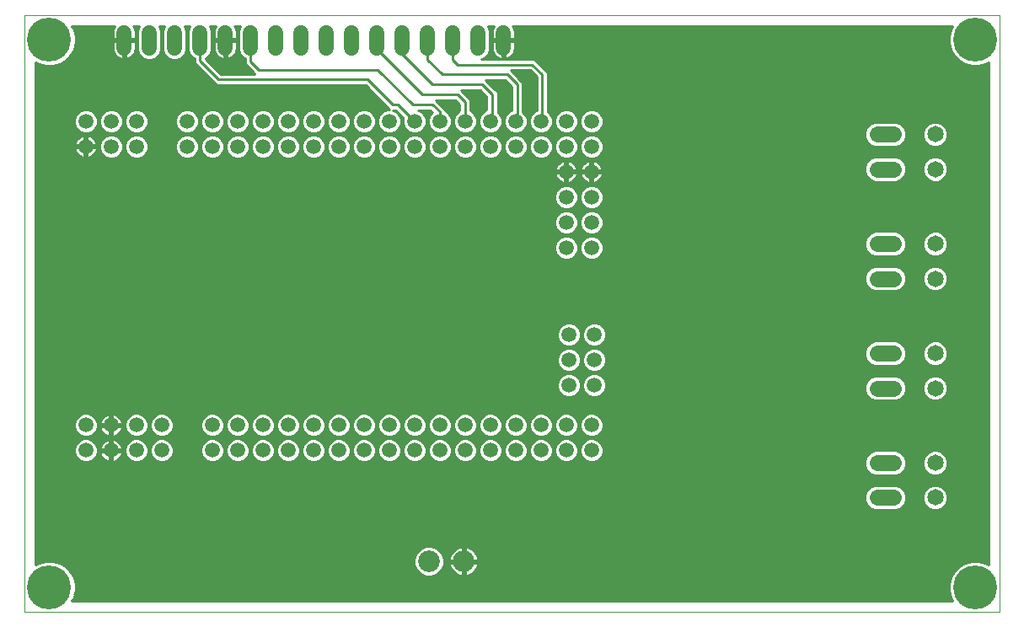
<source format=gbl>
G75*
%MOIN*%
%OFA0B0*%
%FSLAX25Y25*%
%IPPOS*%
%LPD*%
%AMOC8*
5,1,8,0,0,1.08239X$1,22.5*
%
%ADD10C,0.00000*%
%ADD11C,0.06000*%
%ADD12C,0.08600*%
%ADD13C,0.05937*%
%ADD14C,0.06496*%
%ADD15C,0.06496*%
%ADD16C,0.01000*%
%ADD17C,0.02781*%
%ADD18C,0.17386*%
D10*
X0005437Y0028622D02*
X0005437Y0264843D01*
X0391264Y0264843D01*
X0391264Y0028622D01*
X0005437Y0028622D01*
D11*
X0044827Y0251843D02*
X0044827Y0257843D01*
X0054827Y0257843D02*
X0054827Y0251843D01*
X0064827Y0251843D02*
X0064827Y0257843D01*
X0074827Y0257843D02*
X0074827Y0251843D01*
X0084827Y0251843D02*
X0084827Y0257843D01*
X0094827Y0257843D02*
X0094827Y0251843D01*
X0104827Y0251843D02*
X0104827Y0257843D01*
X0114827Y0257843D02*
X0114827Y0251843D01*
X0124827Y0251843D02*
X0124827Y0257843D01*
X0134827Y0257843D02*
X0134827Y0251843D01*
X0144827Y0251843D02*
X0144827Y0257843D01*
X0154827Y0257843D02*
X0154827Y0251843D01*
X0164827Y0251843D02*
X0164827Y0257843D01*
X0174827Y0257843D02*
X0174827Y0251843D01*
X0184827Y0251843D02*
X0184827Y0257843D01*
X0194827Y0257843D02*
X0194827Y0251843D01*
D12*
X0179177Y0048661D03*
X0165398Y0048661D03*
D13*
X0169677Y0092567D03*
X0159677Y0092567D03*
X0149677Y0092567D03*
X0139677Y0092567D03*
X0129677Y0092567D03*
X0119677Y0092567D03*
X0109677Y0092567D03*
X0099677Y0092567D03*
X0089677Y0092567D03*
X0079677Y0092567D03*
X0079677Y0102567D03*
X0089677Y0102567D03*
X0099677Y0102567D03*
X0109677Y0102567D03*
X0119677Y0102567D03*
X0129677Y0102567D03*
X0139677Y0102567D03*
X0149677Y0102567D03*
X0159677Y0102567D03*
X0169677Y0102567D03*
X0179677Y0102567D03*
X0189677Y0102567D03*
X0189677Y0092567D03*
X0179677Y0092567D03*
X0199677Y0092567D03*
X0209677Y0092567D03*
X0209677Y0102567D03*
X0199677Y0102567D03*
X0219677Y0102567D03*
X0229677Y0102567D03*
X0229677Y0092567D03*
X0219677Y0092567D03*
X0220862Y0118295D03*
X0230862Y0118295D03*
X0230862Y0128295D03*
X0220862Y0128295D03*
X0220862Y0138295D03*
X0230862Y0138295D03*
X0229661Y0172795D03*
X0219661Y0172795D03*
X0219661Y0182795D03*
X0229661Y0182795D03*
X0229661Y0192795D03*
X0219661Y0192795D03*
X0219661Y0202795D03*
X0229661Y0202795D03*
X0229661Y0212795D03*
X0219661Y0212795D03*
X0209661Y0212795D03*
X0199661Y0212795D03*
X0189661Y0212795D03*
X0179661Y0212795D03*
X0169661Y0212795D03*
X0159661Y0212795D03*
X0149661Y0212795D03*
X0139661Y0212795D03*
X0129661Y0212795D03*
X0119661Y0212795D03*
X0109661Y0212795D03*
X0099661Y0212795D03*
X0089661Y0212795D03*
X0079661Y0212795D03*
X0069661Y0212795D03*
X0069661Y0222795D03*
X0079661Y0222795D03*
X0089661Y0222795D03*
X0099661Y0222795D03*
X0109661Y0222795D03*
X0119661Y0222795D03*
X0129661Y0222795D03*
X0139661Y0222795D03*
X0149661Y0222795D03*
X0159661Y0222795D03*
X0169661Y0222795D03*
X0179661Y0222795D03*
X0189661Y0222795D03*
X0199661Y0222795D03*
X0209661Y0222795D03*
X0219661Y0222795D03*
X0229661Y0222795D03*
X0049661Y0222795D03*
X0039661Y0222795D03*
X0029661Y0222795D03*
X0029661Y0212795D03*
X0039661Y0212795D03*
X0049661Y0212795D03*
X0049677Y0102567D03*
X0039677Y0102567D03*
X0029677Y0102567D03*
X0029677Y0092567D03*
X0039677Y0092567D03*
X0049677Y0092567D03*
X0059677Y0092567D03*
X0059677Y0102567D03*
D14*
X0342740Y0117205D02*
X0349236Y0117205D01*
X0349236Y0130984D02*
X0342740Y0130984D01*
X0342740Y0160512D02*
X0349236Y0160512D01*
X0349236Y0174291D02*
X0342740Y0174291D01*
X0342740Y0203819D02*
X0349236Y0203819D01*
X0349236Y0217598D02*
X0342740Y0217598D01*
X0342740Y0087677D02*
X0349236Y0087677D01*
X0349236Y0073898D02*
X0342740Y0073898D01*
D15*
X0365673Y0073898D03*
X0365673Y0087677D03*
X0365673Y0117205D03*
X0365673Y0130984D03*
X0365673Y0160512D03*
X0365673Y0174291D03*
X0365673Y0203819D03*
X0365673Y0217598D03*
D16*
X0361038Y0219338D02*
X0353871Y0219338D01*
X0354184Y0218583D02*
X0353431Y0220401D01*
X0352039Y0221793D01*
X0350220Y0222546D01*
X0341756Y0222546D01*
X0339937Y0221793D01*
X0338545Y0220401D01*
X0337792Y0218583D01*
X0337792Y0216614D01*
X0338545Y0214796D01*
X0339937Y0213404D01*
X0341756Y0212650D01*
X0350220Y0212650D01*
X0352039Y0213404D01*
X0353431Y0214796D01*
X0354184Y0216614D01*
X0354184Y0218583D01*
X0354184Y0218339D02*
X0360725Y0218339D01*
X0360725Y0218583D02*
X0360725Y0216614D01*
X0361478Y0214796D01*
X0362870Y0213404D01*
X0364689Y0212650D01*
X0366657Y0212650D01*
X0368476Y0213404D01*
X0369868Y0214796D01*
X0370621Y0216614D01*
X0370621Y0218583D01*
X0369868Y0220401D01*
X0368476Y0221793D01*
X0366657Y0222546D01*
X0364689Y0222546D01*
X0362870Y0221793D01*
X0361478Y0220401D01*
X0360725Y0218583D01*
X0360725Y0217341D02*
X0354184Y0217341D01*
X0354072Y0216342D02*
X0360838Y0216342D01*
X0361251Y0215344D02*
X0353658Y0215344D01*
X0352981Y0214345D02*
X0361929Y0214345D01*
X0363008Y0213347D02*
X0351901Y0213347D01*
X0350220Y0208767D02*
X0352039Y0208014D01*
X0353431Y0206622D01*
X0354184Y0204803D01*
X0354184Y0202835D01*
X0353431Y0201016D01*
X0352039Y0199624D01*
X0350220Y0198871D01*
X0341756Y0198871D01*
X0339937Y0199624D01*
X0338545Y0201016D01*
X0337792Y0202835D01*
X0337792Y0204803D01*
X0338545Y0206622D01*
X0339937Y0208014D01*
X0341756Y0208767D01*
X0350220Y0208767D01*
X0351217Y0208354D02*
X0363692Y0208354D01*
X0362870Y0208014D02*
X0364689Y0208767D01*
X0366657Y0208767D01*
X0368476Y0208014D01*
X0369868Y0206622D01*
X0370621Y0204803D01*
X0370621Y0202835D01*
X0369868Y0201016D01*
X0368476Y0199624D01*
X0366657Y0198871D01*
X0364689Y0198871D01*
X0362870Y0199624D01*
X0361478Y0201016D01*
X0360725Y0202835D01*
X0360725Y0204803D01*
X0361478Y0206622D01*
X0362870Y0208014D01*
X0362212Y0207356D02*
X0352697Y0207356D01*
X0353541Y0206357D02*
X0361369Y0206357D01*
X0360955Y0205359D02*
X0353954Y0205359D01*
X0354184Y0204360D02*
X0360725Y0204360D01*
X0360725Y0203362D02*
X0354184Y0203362D01*
X0353989Y0202363D02*
X0360921Y0202363D01*
X0361334Y0201365D02*
X0353575Y0201365D01*
X0352781Y0200366D02*
X0362129Y0200366D01*
X0363490Y0199367D02*
X0351419Y0199367D01*
X0340557Y0199367D02*
X0232546Y0199367D01*
X0232572Y0199387D02*
X0233070Y0199884D01*
X0233483Y0200453D01*
X0233803Y0201080D01*
X0234020Y0201749D01*
X0234109Y0202311D01*
X0230146Y0202311D01*
X0230146Y0203280D01*
X0229177Y0203280D01*
X0229177Y0207243D01*
X0228615Y0207154D01*
X0227946Y0206936D01*
X0227319Y0206617D01*
X0226750Y0206204D01*
X0226253Y0205706D01*
X0225840Y0205137D01*
X0225520Y0204511D01*
X0225303Y0203842D01*
X0225214Y0203280D01*
X0229177Y0203280D01*
X0229177Y0202311D01*
X0225214Y0202311D01*
X0225303Y0201749D01*
X0225520Y0201080D01*
X0225840Y0200453D01*
X0226253Y0199884D01*
X0226750Y0199387D01*
X0227319Y0198973D01*
X0227946Y0198654D01*
X0228615Y0198437D01*
X0229177Y0198348D01*
X0229177Y0202311D01*
X0230146Y0202311D01*
X0230146Y0198348D01*
X0230708Y0198437D01*
X0231377Y0198654D01*
X0232003Y0198973D01*
X0232572Y0199387D01*
X0233420Y0200366D02*
X0339195Y0200366D01*
X0338401Y0201365D02*
X0233895Y0201365D01*
X0234109Y0203280D02*
X0234020Y0203842D01*
X0233803Y0204511D01*
X0233483Y0205137D01*
X0233070Y0205706D01*
X0232572Y0206204D01*
X0232003Y0206617D01*
X0231377Y0206936D01*
X0230708Y0207154D01*
X0230146Y0207243D01*
X0230146Y0203280D01*
X0234109Y0203280D01*
X0234096Y0203362D02*
X0337792Y0203362D01*
X0337792Y0204360D02*
X0233851Y0204360D01*
X0233322Y0205359D02*
X0338022Y0205359D01*
X0338436Y0206357D02*
X0232361Y0206357D01*
X0230146Y0206357D02*
X0229177Y0206357D01*
X0229177Y0205359D02*
X0230146Y0205359D01*
X0230146Y0204360D02*
X0229177Y0204360D01*
X0229177Y0203362D02*
X0230146Y0203362D01*
X0230146Y0202363D02*
X0337987Y0202363D01*
X0339279Y0207356D02*
X0009937Y0207356D01*
X0009937Y0208354D02*
X0029137Y0208354D01*
X0029177Y0208354D02*
X0030146Y0208354D01*
X0030146Y0208348D02*
X0030708Y0208437D01*
X0031377Y0208654D01*
X0032003Y0208973D01*
X0032572Y0209387D01*
X0033070Y0209884D01*
X0033483Y0210453D01*
X0033803Y0211080D01*
X0034020Y0211749D01*
X0034109Y0212311D01*
X0030146Y0212311D01*
X0030146Y0213280D01*
X0029177Y0213280D01*
X0029177Y0217243D01*
X0028615Y0217154D01*
X0027946Y0216936D01*
X0027319Y0216617D01*
X0026750Y0216204D01*
X0026253Y0215706D01*
X0025840Y0215137D01*
X0025520Y0214511D01*
X0025303Y0213842D01*
X0025214Y0213280D01*
X0029177Y0213280D01*
X0029177Y0212311D01*
X0025214Y0212311D01*
X0025303Y0211749D01*
X0025520Y0211080D01*
X0025840Y0210453D01*
X0026253Y0209884D01*
X0026750Y0209387D01*
X0027319Y0208973D01*
X0027946Y0208654D01*
X0028615Y0208437D01*
X0029177Y0208348D01*
X0029177Y0212311D01*
X0030146Y0212311D01*
X0030146Y0208348D01*
X0030186Y0208354D02*
X0038184Y0208354D01*
X0038733Y0208127D02*
X0040590Y0208127D01*
X0042306Y0208838D01*
X0043619Y0210151D01*
X0044330Y0211867D01*
X0044330Y0213724D01*
X0043619Y0215440D01*
X0042306Y0216753D01*
X0040590Y0217464D01*
X0038733Y0217464D01*
X0037017Y0216753D01*
X0035704Y0215440D01*
X0034993Y0213724D01*
X0034993Y0211867D01*
X0035704Y0210151D01*
X0037017Y0208838D01*
X0038733Y0208127D01*
X0041139Y0208354D02*
X0048184Y0208354D01*
X0048733Y0208127D02*
X0050590Y0208127D01*
X0052306Y0208838D01*
X0053619Y0210151D01*
X0054330Y0211867D01*
X0054330Y0213724D01*
X0053619Y0215440D01*
X0052306Y0216753D01*
X0050590Y0217464D01*
X0048733Y0217464D01*
X0047017Y0216753D01*
X0045704Y0215440D01*
X0044993Y0213724D01*
X0044993Y0211867D01*
X0045704Y0210151D01*
X0047017Y0208838D01*
X0048733Y0208127D01*
X0051139Y0208354D02*
X0068184Y0208354D01*
X0068733Y0208127D02*
X0070590Y0208127D01*
X0072306Y0208838D01*
X0073619Y0210151D01*
X0074330Y0211867D01*
X0074330Y0213724D01*
X0073619Y0215440D01*
X0072306Y0216753D01*
X0070590Y0217464D01*
X0068733Y0217464D01*
X0067017Y0216753D01*
X0065704Y0215440D01*
X0064993Y0213724D01*
X0064993Y0211867D01*
X0065704Y0210151D01*
X0067017Y0208838D01*
X0068733Y0208127D01*
X0071139Y0208354D02*
X0078184Y0208354D01*
X0078733Y0208127D02*
X0080590Y0208127D01*
X0082306Y0208838D01*
X0083619Y0210151D01*
X0084330Y0211867D01*
X0084330Y0213724D01*
X0083619Y0215440D01*
X0082306Y0216753D01*
X0080590Y0217464D01*
X0078733Y0217464D01*
X0077017Y0216753D01*
X0075704Y0215440D01*
X0074993Y0213724D01*
X0074993Y0211867D01*
X0075704Y0210151D01*
X0077017Y0208838D01*
X0078733Y0208127D01*
X0081139Y0208354D02*
X0088184Y0208354D01*
X0088733Y0208127D02*
X0090590Y0208127D01*
X0092306Y0208838D01*
X0093619Y0210151D01*
X0094330Y0211867D01*
X0094330Y0213724D01*
X0093619Y0215440D01*
X0092306Y0216753D01*
X0090590Y0217464D01*
X0088733Y0217464D01*
X0087017Y0216753D01*
X0085704Y0215440D01*
X0084993Y0213724D01*
X0084993Y0211867D01*
X0085704Y0210151D01*
X0087017Y0208838D01*
X0088733Y0208127D01*
X0091139Y0208354D02*
X0098184Y0208354D01*
X0098733Y0208127D02*
X0100590Y0208127D01*
X0102306Y0208838D01*
X0103619Y0210151D01*
X0104330Y0211867D01*
X0104330Y0213724D01*
X0103619Y0215440D01*
X0102306Y0216753D01*
X0100590Y0217464D01*
X0098733Y0217464D01*
X0097017Y0216753D01*
X0095704Y0215440D01*
X0094993Y0213724D01*
X0094993Y0211867D01*
X0095704Y0210151D01*
X0097017Y0208838D01*
X0098733Y0208127D01*
X0101139Y0208354D02*
X0108184Y0208354D01*
X0108733Y0208127D02*
X0110590Y0208127D01*
X0112306Y0208838D01*
X0113619Y0210151D01*
X0114330Y0211867D01*
X0114330Y0213724D01*
X0113619Y0215440D01*
X0112306Y0216753D01*
X0110590Y0217464D01*
X0108733Y0217464D01*
X0107017Y0216753D01*
X0105704Y0215440D01*
X0104993Y0213724D01*
X0104993Y0211867D01*
X0105704Y0210151D01*
X0107017Y0208838D01*
X0108733Y0208127D01*
X0111139Y0208354D02*
X0118184Y0208354D01*
X0118733Y0208127D02*
X0120590Y0208127D01*
X0122306Y0208838D01*
X0123619Y0210151D01*
X0124330Y0211867D01*
X0124330Y0213724D01*
X0123619Y0215440D01*
X0122306Y0216753D01*
X0120590Y0217464D01*
X0118733Y0217464D01*
X0117017Y0216753D01*
X0115704Y0215440D01*
X0114993Y0213724D01*
X0114993Y0211867D01*
X0115704Y0210151D01*
X0117017Y0208838D01*
X0118733Y0208127D01*
X0121139Y0208354D02*
X0128184Y0208354D01*
X0128733Y0208127D02*
X0130590Y0208127D01*
X0132306Y0208838D01*
X0133619Y0210151D01*
X0134330Y0211867D01*
X0134330Y0213724D01*
X0133619Y0215440D01*
X0132306Y0216753D01*
X0130590Y0217464D01*
X0128733Y0217464D01*
X0127017Y0216753D01*
X0125704Y0215440D01*
X0124993Y0213724D01*
X0124993Y0211867D01*
X0125704Y0210151D01*
X0127017Y0208838D01*
X0128733Y0208127D01*
X0131139Y0208354D02*
X0138184Y0208354D01*
X0138733Y0208127D02*
X0140590Y0208127D01*
X0142306Y0208838D01*
X0143619Y0210151D01*
X0144330Y0211867D01*
X0144330Y0213724D01*
X0143619Y0215440D01*
X0142306Y0216753D01*
X0140590Y0217464D01*
X0138733Y0217464D01*
X0137017Y0216753D01*
X0135704Y0215440D01*
X0134993Y0213724D01*
X0134993Y0211867D01*
X0135704Y0210151D01*
X0137017Y0208838D01*
X0138733Y0208127D01*
X0141139Y0208354D02*
X0148184Y0208354D01*
X0148733Y0208127D02*
X0150590Y0208127D01*
X0152306Y0208838D01*
X0153619Y0210151D01*
X0154330Y0211867D01*
X0154330Y0213724D01*
X0153619Y0215440D01*
X0152306Y0216753D01*
X0150590Y0217464D01*
X0148733Y0217464D01*
X0147017Y0216753D01*
X0145704Y0215440D01*
X0144993Y0213724D01*
X0144993Y0211867D01*
X0145704Y0210151D01*
X0147017Y0208838D01*
X0148733Y0208127D01*
X0151139Y0208354D02*
X0158184Y0208354D01*
X0158733Y0208127D02*
X0157017Y0208838D01*
X0155704Y0210151D01*
X0154993Y0211867D01*
X0154993Y0213724D01*
X0155704Y0215440D01*
X0157017Y0216753D01*
X0158733Y0217464D01*
X0160590Y0217464D01*
X0162306Y0216753D01*
X0163619Y0215440D01*
X0164330Y0213724D01*
X0164330Y0211867D01*
X0163619Y0210151D01*
X0162306Y0208838D01*
X0160590Y0208127D01*
X0158733Y0208127D01*
X0161139Y0208354D02*
X0168184Y0208354D01*
X0168733Y0208127D02*
X0170590Y0208127D01*
X0172306Y0208838D01*
X0173619Y0210151D01*
X0174330Y0211867D01*
X0174330Y0213724D01*
X0173619Y0215440D01*
X0172306Y0216753D01*
X0170590Y0217464D01*
X0168733Y0217464D01*
X0167017Y0216753D01*
X0165704Y0215440D01*
X0164993Y0213724D01*
X0164993Y0211867D01*
X0165704Y0210151D01*
X0167017Y0208838D01*
X0168733Y0208127D01*
X0171139Y0208354D02*
X0178184Y0208354D01*
X0178733Y0208127D02*
X0177017Y0208838D01*
X0175704Y0210151D01*
X0174993Y0211867D01*
X0174993Y0213724D01*
X0175704Y0215440D01*
X0177017Y0216753D01*
X0178733Y0217464D01*
X0180590Y0217464D01*
X0182306Y0216753D01*
X0183619Y0215440D01*
X0184330Y0213724D01*
X0184330Y0211867D01*
X0183619Y0210151D01*
X0182306Y0208838D01*
X0180590Y0208127D01*
X0178733Y0208127D01*
X0181139Y0208354D02*
X0188184Y0208354D01*
X0188733Y0208127D02*
X0190590Y0208127D01*
X0192306Y0208838D01*
X0193619Y0210151D01*
X0194330Y0211867D01*
X0194330Y0213724D01*
X0193619Y0215440D01*
X0192306Y0216753D01*
X0190590Y0217464D01*
X0188733Y0217464D01*
X0187017Y0216753D01*
X0185704Y0215440D01*
X0184993Y0213724D01*
X0184993Y0211867D01*
X0185704Y0210151D01*
X0187017Y0208838D01*
X0188733Y0208127D01*
X0191139Y0208354D02*
X0198184Y0208354D01*
X0198733Y0208127D02*
X0197017Y0208838D01*
X0195704Y0210151D01*
X0194993Y0211867D01*
X0194993Y0213724D01*
X0195704Y0215440D01*
X0197017Y0216753D01*
X0198733Y0217464D01*
X0200590Y0217464D01*
X0202306Y0216753D01*
X0203619Y0215440D01*
X0204330Y0213724D01*
X0204330Y0211867D01*
X0203619Y0210151D01*
X0202306Y0208838D01*
X0200590Y0208127D01*
X0198733Y0208127D01*
X0201139Y0208354D02*
X0208184Y0208354D01*
X0208733Y0208127D02*
X0210590Y0208127D01*
X0212306Y0208838D01*
X0213619Y0210151D01*
X0214330Y0211867D01*
X0214330Y0213724D01*
X0213619Y0215440D01*
X0212306Y0216753D01*
X0210590Y0217464D01*
X0208733Y0217464D01*
X0207017Y0216753D01*
X0205704Y0215440D01*
X0204993Y0213724D01*
X0204993Y0211867D01*
X0205704Y0210151D01*
X0207017Y0208838D01*
X0208733Y0208127D01*
X0211139Y0208354D02*
X0218184Y0208354D01*
X0218733Y0208127D02*
X0217017Y0208838D01*
X0215704Y0210151D01*
X0214993Y0211867D01*
X0214993Y0213724D01*
X0215704Y0215440D01*
X0217017Y0216753D01*
X0218733Y0217464D01*
X0220590Y0217464D01*
X0222306Y0216753D01*
X0223619Y0215440D01*
X0224330Y0213724D01*
X0224330Y0211867D01*
X0223619Y0210151D01*
X0222306Y0208838D01*
X0220590Y0208127D01*
X0218733Y0208127D01*
X0218615Y0207154D02*
X0217946Y0206936D01*
X0217319Y0206617D01*
X0216750Y0206204D01*
X0216253Y0205706D01*
X0215840Y0205137D01*
X0215520Y0204511D01*
X0215303Y0203842D01*
X0215214Y0203280D01*
X0219177Y0203280D01*
X0219177Y0207243D01*
X0218615Y0207154D01*
X0219177Y0206357D02*
X0220146Y0206357D01*
X0220146Y0207243D02*
X0220146Y0203280D01*
X0219177Y0203280D01*
X0219177Y0202311D01*
X0215214Y0202311D01*
X0215303Y0201749D01*
X0215520Y0201080D01*
X0215840Y0200453D01*
X0216253Y0199884D01*
X0216750Y0199387D01*
X0217319Y0198973D01*
X0217946Y0198654D01*
X0218615Y0198437D01*
X0219177Y0198348D01*
X0219177Y0202311D01*
X0220146Y0202311D01*
X0220146Y0203280D01*
X0224109Y0203280D01*
X0224020Y0203842D01*
X0223803Y0204511D01*
X0223483Y0205137D01*
X0223070Y0205706D01*
X0222572Y0206204D01*
X0222003Y0206617D01*
X0221377Y0206936D01*
X0220708Y0207154D01*
X0220146Y0207243D01*
X0221139Y0208354D02*
X0228184Y0208354D01*
X0228733Y0208127D02*
X0230590Y0208127D01*
X0232306Y0208838D01*
X0233619Y0210151D01*
X0234330Y0211867D01*
X0234330Y0213724D01*
X0233619Y0215440D01*
X0232306Y0216753D01*
X0230590Y0217464D01*
X0228733Y0217464D01*
X0227017Y0216753D01*
X0225704Y0215440D01*
X0224993Y0213724D01*
X0224993Y0211867D01*
X0225704Y0210151D01*
X0227017Y0208838D01*
X0228733Y0208127D01*
X0231139Y0208354D02*
X0340759Y0208354D01*
X0340075Y0213347D02*
X0234330Y0213347D01*
X0234330Y0212348D02*
X0386764Y0212348D01*
X0386764Y0211350D02*
X0234116Y0211350D01*
X0233702Y0210351D02*
X0386764Y0210351D01*
X0386764Y0209353D02*
X0232821Y0209353D01*
X0226502Y0209353D02*
X0222821Y0209353D01*
X0223702Y0210351D02*
X0225621Y0210351D01*
X0225207Y0211350D02*
X0224116Y0211350D01*
X0224330Y0212348D02*
X0224993Y0212348D01*
X0224993Y0213347D02*
X0224330Y0213347D01*
X0224073Y0214345D02*
X0225250Y0214345D01*
X0225664Y0215344D02*
X0223659Y0215344D01*
X0222717Y0216342D02*
X0226606Y0216342D01*
X0228436Y0217341D02*
X0220887Y0217341D01*
X0220590Y0218127D02*
X0222306Y0218838D01*
X0223619Y0220151D01*
X0224330Y0221867D01*
X0224330Y0223724D01*
X0223619Y0225440D01*
X0222306Y0226753D01*
X0220590Y0227464D01*
X0218733Y0227464D01*
X0217017Y0226753D01*
X0215704Y0225440D01*
X0214993Y0223724D01*
X0214993Y0221867D01*
X0215704Y0220151D01*
X0217017Y0218838D01*
X0218733Y0218127D01*
X0220590Y0218127D01*
X0221103Y0218339D02*
X0228220Y0218339D01*
X0228733Y0218127D02*
X0230590Y0218127D01*
X0232306Y0218838D01*
X0233619Y0220151D01*
X0234330Y0221867D01*
X0234330Y0223724D01*
X0233619Y0225440D01*
X0232306Y0226753D01*
X0230590Y0227464D01*
X0228733Y0227464D01*
X0227017Y0226753D01*
X0225704Y0225440D01*
X0224993Y0223724D01*
X0224993Y0221867D01*
X0225704Y0220151D01*
X0227017Y0218838D01*
X0228733Y0218127D01*
X0230887Y0217341D02*
X0337792Y0217341D01*
X0337792Y0218339D02*
X0231103Y0218339D01*
X0232806Y0219338D02*
X0338105Y0219338D01*
X0338518Y0220336D02*
X0233696Y0220336D01*
X0234110Y0221335D02*
X0339479Y0221335D01*
X0341241Y0222333D02*
X0234330Y0222333D01*
X0234330Y0223332D02*
X0386764Y0223332D01*
X0386764Y0224330D02*
X0234079Y0224330D01*
X0233665Y0225329D02*
X0386764Y0225329D01*
X0386764Y0226327D02*
X0232732Y0226327D01*
X0230923Y0227326D02*
X0386764Y0227326D01*
X0386764Y0228324D02*
X0212361Y0228324D01*
X0212361Y0227326D02*
X0218400Y0227326D01*
X0216591Y0226327D02*
X0212732Y0226327D01*
X0212361Y0226698D02*
X0212361Y0242132D01*
X0211073Y0243420D01*
X0207136Y0247357D01*
X0186281Y0247357D01*
X0187489Y0247858D01*
X0188811Y0249180D01*
X0189527Y0250908D01*
X0189527Y0258777D01*
X0188878Y0260343D01*
X0191081Y0260343D01*
X0190978Y0260201D01*
X0190656Y0259570D01*
X0190438Y0258896D01*
X0190327Y0258197D01*
X0190327Y0255342D01*
X0194327Y0255342D01*
X0194327Y0254343D01*
X0190327Y0254343D01*
X0190327Y0251488D01*
X0190438Y0250789D01*
X0190656Y0250115D01*
X0190978Y0249484D01*
X0191394Y0248911D01*
X0191895Y0248410D01*
X0192468Y0247994D01*
X0193099Y0247672D01*
X0193773Y0247453D01*
X0194327Y0247366D01*
X0194327Y0254342D01*
X0195327Y0254342D01*
X0195327Y0247366D01*
X0195881Y0247453D01*
X0196554Y0247672D01*
X0197185Y0247994D01*
X0197758Y0248410D01*
X0198259Y0248911D01*
X0198676Y0249484D01*
X0198997Y0250115D01*
X0199216Y0250789D01*
X0199327Y0251488D01*
X0199327Y0254343D01*
X0195327Y0254343D01*
X0195327Y0255342D01*
X0199327Y0255342D01*
X0199327Y0258197D01*
X0199216Y0258896D01*
X0198997Y0259570D01*
X0198676Y0260201D01*
X0198573Y0260343D01*
X0372505Y0260343D01*
X0371737Y0259012D01*
X0371028Y0256368D01*
X0371028Y0253632D01*
X0371737Y0250988D01*
X0373105Y0248619D01*
X0375040Y0246684D01*
X0377410Y0245315D01*
X0380053Y0244607D01*
X0382790Y0244607D01*
X0385433Y0245315D01*
X0386764Y0246084D01*
X0386764Y0047381D01*
X0385433Y0048149D01*
X0382790Y0048857D01*
X0380053Y0048857D01*
X0377410Y0048149D01*
X0375040Y0046781D01*
X0373105Y0044846D01*
X0371737Y0042476D01*
X0371028Y0039833D01*
X0371028Y0037096D01*
X0371737Y0034453D01*
X0372505Y0033122D01*
X0024196Y0033122D01*
X0024964Y0034453D01*
X0025672Y0037096D01*
X0025672Y0039833D01*
X0024964Y0042476D01*
X0023596Y0044846D01*
X0021661Y0046781D01*
X0019291Y0048149D01*
X0016648Y0048857D01*
X0013911Y0048857D01*
X0011268Y0048149D01*
X0009937Y0047381D01*
X0009937Y0246084D01*
X0011268Y0245315D01*
X0013911Y0244607D01*
X0016648Y0244607D01*
X0019291Y0245315D01*
X0021661Y0246684D01*
X0023596Y0248619D01*
X0024964Y0250988D01*
X0025672Y0253632D01*
X0025672Y0256368D01*
X0024964Y0259012D01*
X0024196Y0260343D01*
X0041081Y0260343D01*
X0040978Y0260201D01*
X0040656Y0259570D01*
X0040438Y0258896D01*
X0040327Y0258197D01*
X0040327Y0255342D01*
X0044327Y0255342D01*
X0044327Y0254343D01*
X0040327Y0254343D01*
X0040327Y0251488D01*
X0040438Y0250789D01*
X0040656Y0250115D01*
X0040978Y0249484D01*
X0041394Y0248911D01*
X0041895Y0248410D01*
X0042468Y0247994D01*
X0043099Y0247672D01*
X0043773Y0247453D01*
X0044327Y0247366D01*
X0044327Y0254342D01*
X0045327Y0254342D01*
X0045327Y0247366D01*
X0045881Y0247453D01*
X0046554Y0247672D01*
X0047185Y0247994D01*
X0047758Y0248410D01*
X0048259Y0248911D01*
X0048676Y0249484D01*
X0048997Y0250115D01*
X0049216Y0250789D01*
X0049327Y0251488D01*
X0049327Y0254343D01*
X0045327Y0254343D01*
X0045327Y0255342D01*
X0049327Y0255342D01*
X0049327Y0258197D01*
X0049216Y0258896D01*
X0048997Y0259570D01*
X0048676Y0260201D01*
X0048573Y0260343D01*
X0050775Y0260343D01*
X0050127Y0258777D01*
X0050127Y0250908D01*
X0050842Y0249180D01*
X0052164Y0247858D01*
X0053892Y0247143D01*
X0055762Y0247143D01*
X0057489Y0247858D01*
X0058811Y0249180D01*
X0059527Y0250908D01*
X0059527Y0258777D01*
X0058878Y0260343D01*
X0060775Y0260343D01*
X0060127Y0258777D01*
X0060127Y0250908D01*
X0060842Y0249180D01*
X0062164Y0247858D01*
X0063892Y0247143D01*
X0065762Y0247143D01*
X0067489Y0247858D01*
X0068811Y0249180D01*
X0069527Y0250908D01*
X0069527Y0258777D01*
X0068878Y0260343D01*
X0070775Y0260343D01*
X0070127Y0258777D01*
X0070127Y0250908D01*
X0070842Y0249180D01*
X0072164Y0247858D01*
X0072627Y0247667D01*
X0072627Y0245723D01*
X0080009Y0238341D01*
X0081297Y0237052D01*
X0140352Y0237052D01*
X0149941Y0227464D01*
X0148733Y0227464D01*
X0147017Y0226753D01*
X0145704Y0225440D01*
X0144993Y0223724D01*
X0144993Y0221867D01*
X0145704Y0220151D01*
X0147017Y0218838D01*
X0148733Y0218127D01*
X0150590Y0218127D01*
X0152306Y0218838D01*
X0153619Y0220151D01*
X0154330Y0221867D01*
X0154330Y0223724D01*
X0153619Y0225440D01*
X0152306Y0226753D01*
X0151204Y0227209D01*
X0152164Y0227209D01*
X0155185Y0224188D01*
X0154993Y0223724D01*
X0154993Y0221867D01*
X0155704Y0220151D01*
X0157017Y0218838D01*
X0158733Y0218127D01*
X0160590Y0218127D01*
X0162306Y0218838D01*
X0163619Y0220151D01*
X0164330Y0221867D01*
X0164330Y0223724D01*
X0163619Y0225440D01*
X0162306Y0226753D01*
X0161204Y0227209D01*
X0165943Y0227209D01*
X0166708Y0226444D01*
X0165704Y0225440D01*
X0164993Y0223724D01*
X0164993Y0221867D01*
X0165704Y0220151D01*
X0167017Y0218838D01*
X0168733Y0218127D01*
X0170590Y0218127D01*
X0172306Y0218838D01*
X0173619Y0220151D01*
X0174330Y0221867D01*
X0174330Y0223724D01*
X0173619Y0225440D01*
X0172306Y0226753D01*
X0171861Y0226937D01*
X0171861Y0227514D01*
X0168229Y0231146D01*
X0175786Y0231146D01*
X0177461Y0229471D01*
X0177461Y0226937D01*
X0177017Y0226753D01*
X0175704Y0225440D01*
X0174993Y0223724D01*
X0174993Y0221867D01*
X0175704Y0220151D01*
X0177017Y0218838D01*
X0178733Y0218127D01*
X0180590Y0218127D01*
X0182306Y0218838D01*
X0183619Y0220151D01*
X0184330Y0221867D01*
X0184330Y0223724D01*
X0183619Y0225440D01*
X0182306Y0226753D01*
X0181861Y0226937D01*
X0181861Y0231293D01*
X0178071Y0235083D01*
X0185628Y0235083D01*
X0188276Y0232435D01*
X0188276Y0227275D01*
X0187017Y0226753D01*
X0185704Y0225440D01*
X0184993Y0223724D01*
X0184993Y0221867D01*
X0185704Y0220151D01*
X0187017Y0218838D01*
X0188733Y0218127D01*
X0190590Y0218127D01*
X0192306Y0218838D01*
X0193619Y0220151D01*
X0194330Y0221867D01*
X0194330Y0223724D01*
X0193619Y0225440D01*
X0192676Y0226383D01*
X0192676Y0234258D01*
X0191388Y0235546D01*
X0187914Y0239020D01*
X0195471Y0239020D01*
X0198119Y0236372D01*
X0198119Y0227209D01*
X0197017Y0226753D01*
X0195704Y0225440D01*
X0194993Y0223724D01*
X0194993Y0221867D01*
X0195704Y0220151D01*
X0197017Y0218838D01*
X0198733Y0218127D01*
X0200590Y0218127D01*
X0202306Y0218838D01*
X0203619Y0220151D01*
X0204330Y0221867D01*
X0204330Y0223724D01*
X0203619Y0225440D01*
X0202519Y0226540D01*
X0202519Y0238195D01*
X0201230Y0239483D01*
X0197756Y0242957D01*
X0205313Y0242957D01*
X0207961Y0240309D01*
X0207961Y0227144D01*
X0207017Y0226753D01*
X0205704Y0225440D01*
X0204993Y0223724D01*
X0204993Y0221867D01*
X0205704Y0220151D01*
X0207017Y0218838D01*
X0208733Y0218127D01*
X0210590Y0218127D01*
X0212306Y0218838D01*
X0213619Y0220151D01*
X0214330Y0221867D01*
X0214330Y0223724D01*
X0213619Y0225440D01*
X0212361Y0226698D01*
X0213665Y0225329D02*
X0215658Y0225329D01*
X0215244Y0224330D02*
X0214079Y0224330D01*
X0214330Y0223332D02*
X0214993Y0223332D01*
X0214993Y0222333D02*
X0214330Y0222333D01*
X0214110Y0221335D02*
X0215213Y0221335D01*
X0215627Y0220336D02*
X0213696Y0220336D01*
X0212806Y0219338D02*
X0216517Y0219338D01*
X0218220Y0218339D02*
X0211103Y0218339D01*
X0210887Y0217341D02*
X0218436Y0217341D01*
X0216606Y0216342D02*
X0212717Y0216342D01*
X0213659Y0215344D02*
X0215664Y0215344D01*
X0215250Y0214345D02*
X0214073Y0214345D01*
X0214330Y0213347D02*
X0214993Y0213347D01*
X0214993Y0212348D02*
X0214330Y0212348D01*
X0214116Y0211350D02*
X0215207Y0211350D01*
X0215621Y0210351D02*
X0213702Y0210351D01*
X0212821Y0209353D02*
X0216502Y0209353D01*
X0216962Y0206357D02*
X0009937Y0206357D01*
X0009937Y0205359D02*
X0216000Y0205359D01*
X0215471Y0204360D02*
X0009937Y0204360D01*
X0009937Y0203362D02*
X0215227Y0203362D01*
X0215428Y0201365D02*
X0009937Y0201365D01*
X0009937Y0202363D02*
X0219177Y0202363D01*
X0220146Y0202363D02*
X0229177Y0202363D01*
X0229177Y0201365D02*
X0230146Y0201365D01*
X0230146Y0200366D02*
X0229177Y0200366D01*
X0229177Y0199367D02*
X0230146Y0199367D01*
X0230146Y0198369D02*
X0229177Y0198369D01*
X0229043Y0198369D02*
X0220280Y0198369D01*
X0220146Y0198369D02*
X0219177Y0198369D01*
X0219043Y0198369D02*
X0009937Y0198369D01*
X0009937Y0199367D02*
X0216777Y0199367D01*
X0215903Y0200366D02*
X0009937Y0200366D01*
X0009937Y0197370D02*
X0218508Y0197370D01*
X0218733Y0197464D02*
X0217017Y0196753D01*
X0215704Y0195440D01*
X0214993Y0193724D01*
X0214993Y0191867D01*
X0215704Y0190151D01*
X0217017Y0188838D01*
X0218733Y0188127D01*
X0220590Y0188127D01*
X0222306Y0188838D01*
X0223619Y0190151D01*
X0224330Y0191867D01*
X0224330Y0193724D01*
X0223619Y0195440D01*
X0222306Y0196753D01*
X0220590Y0197464D01*
X0218733Y0197464D01*
X0220146Y0198348D02*
X0220708Y0198437D01*
X0221377Y0198654D01*
X0222003Y0198973D01*
X0222572Y0199387D01*
X0223070Y0199884D01*
X0223483Y0200453D01*
X0223803Y0201080D01*
X0224020Y0201749D01*
X0224109Y0202311D01*
X0220146Y0202311D01*
X0220146Y0198348D01*
X0220146Y0199367D02*
X0219177Y0199367D01*
X0219177Y0200366D02*
X0220146Y0200366D01*
X0220146Y0201365D02*
X0219177Y0201365D01*
X0219177Y0203362D02*
X0220146Y0203362D01*
X0220146Y0204360D02*
X0219177Y0204360D01*
X0219177Y0205359D02*
X0220146Y0205359D01*
X0222361Y0206357D02*
X0226962Y0206357D01*
X0226000Y0205359D02*
X0223322Y0205359D01*
X0223851Y0204360D02*
X0225471Y0204360D01*
X0225227Y0203362D02*
X0224096Y0203362D01*
X0223895Y0201365D02*
X0225428Y0201365D01*
X0225903Y0200366D02*
X0223420Y0200366D01*
X0222546Y0199367D02*
X0226777Y0199367D01*
X0227017Y0196753D02*
X0228733Y0197464D01*
X0230590Y0197464D01*
X0232306Y0196753D01*
X0233619Y0195440D01*
X0234330Y0193724D01*
X0234330Y0191867D01*
X0233619Y0190151D01*
X0232306Y0188838D01*
X0230590Y0188127D01*
X0228733Y0188127D01*
X0227017Y0188838D01*
X0225704Y0190151D01*
X0224993Y0191867D01*
X0224993Y0193724D01*
X0225704Y0195440D01*
X0227017Y0196753D01*
X0226636Y0196372D02*
X0222687Y0196372D01*
X0223647Y0195373D02*
X0225676Y0195373D01*
X0225263Y0194375D02*
X0224060Y0194375D01*
X0224330Y0193376D02*
X0224993Y0193376D01*
X0224993Y0192378D02*
X0224330Y0192378D01*
X0224128Y0191379D02*
X0225195Y0191379D01*
X0225608Y0190381D02*
X0223714Y0190381D01*
X0222851Y0189382D02*
X0226472Y0189382D01*
X0228112Y0188384D02*
X0221211Y0188384D01*
X0220779Y0187385D02*
X0228543Y0187385D01*
X0228733Y0187464D02*
X0227017Y0186753D01*
X0225704Y0185440D01*
X0224993Y0183724D01*
X0224993Y0181867D01*
X0225704Y0180151D01*
X0227017Y0178838D01*
X0228733Y0178127D01*
X0230590Y0178127D01*
X0232306Y0178838D01*
X0233619Y0180151D01*
X0234330Y0181867D01*
X0234330Y0183724D01*
X0233619Y0185440D01*
X0232306Y0186753D01*
X0230590Y0187464D01*
X0228733Y0187464D01*
X0230779Y0187385D02*
X0386764Y0187385D01*
X0386764Y0186387D02*
X0232672Y0186387D01*
X0233640Y0185388D02*
X0386764Y0185388D01*
X0386764Y0184390D02*
X0234054Y0184390D01*
X0234330Y0183391D02*
X0386764Y0183391D01*
X0386764Y0182393D02*
X0234330Y0182393D01*
X0234134Y0181394D02*
X0386764Y0181394D01*
X0386764Y0180396D02*
X0233721Y0180396D01*
X0232866Y0179397D02*
X0386764Y0179397D01*
X0386764Y0178399D02*
X0368563Y0178399D01*
X0368476Y0178486D02*
X0366657Y0179239D01*
X0364689Y0179239D01*
X0362870Y0178486D01*
X0361478Y0177094D01*
X0360725Y0175276D01*
X0360725Y0173307D01*
X0361478Y0171488D01*
X0362870Y0170097D01*
X0364689Y0169343D01*
X0366657Y0169343D01*
X0368476Y0170097D01*
X0369868Y0171488D01*
X0370621Y0173307D01*
X0370621Y0175276D01*
X0369868Y0177094D01*
X0368476Y0178486D01*
X0369562Y0177400D02*
X0386764Y0177400D01*
X0386764Y0176402D02*
X0370155Y0176402D01*
X0370568Y0175403D02*
X0386764Y0175403D01*
X0386764Y0174405D02*
X0370621Y0174405D01*
X0370621Y0173406D02*
X0386764Y0173406D01*
X0386764Y0172408D02*
X0370249Y0172408D01*
X0369789Y0171409D02*
X0386764Y0171409D01*
X0386764Y0170411D02*
X0368790Y0170411D01*
X0366824Y0169412D02*
X0386764Y0169412D01*
X0386764Y0168414D02*
X0231283Y0168414D01*
X0230590Y0168127D02*
X0232306Y0168838D01*
X0233619Y0170151D01*
X0234330Y0171867D01*
X0234330Y0173724D01*
X0233619Y0175440D01*
X0232306Y0176753D01*
X0230590Y0177464D01*
X0228733Y0177464D01*
X0227017Y0176753D01*
X0225704Y0175440D01*
X0224993Y0173724D01*
X0224993Y0171867D01*
X0225704Y0170151D01*
X0227017Y0168838D01*
X0228733Y0168127D01*
X0230590Y0168127D01*
X0228040Y0168414D02*
X0221283Y0168414D01*
X0220590Y0168127D02*
X0222306Y0168838D01*
X0223619Y0170151D01*
X0224330Y0171867D01*
X0224330Y0173724D01*
X0223619Y0175440D01*
X0222306Y0176753D01*
X0220590Y0177464D01*
X0218733Y0177464D01*
X0217017Y0176753D01*
X0215704Y0175440D01*
X0214993Y0173724D01*
X0214993Y0171867D01*
X0215704Y0170151D01*
X0217017Y0168838D01*
X0218733Y0168127D01*
X0220590Y0168127D01*
X0218040Y0168414D02*
X0009937Y0168414D01*
X0009937Y0169412D02*
X0216442Y0169412D01*
X0215596Y0170411D02*
X0009937Y0170411D01*
X0009937Y0171409D02*
X0215182Y0171409D01*
X0214993Y0172408D02*
X0009937Y0172408D01*
X0009937Y0173406D02*
X0214993Y0173406D01*
X0215275Y0174405D02*
X0009937Y0174405D01*
X0009937Y0175403D02*
X0215689Y0175403D01*
X0216666Y0176402D02*
X0009937Y0176402D01*
X0009937Y0177400D02*
X0218579Y0177400D01*
X0218733Y0178127D02*
X0220590Y0178127D01*
X0222306Y0178838D01*
X0223619Y0180151D01*
X0224330Y0181867D01*
X0224330Y0183724D01*
X0223619Y0185440D01*
X0222306Y0186753D01*
X0220590Y0187464D01*
X0218733Y0187464D01*
X0217017Y0186753D01*
X0215704Y0185440D01*
X0214993Y0183724D01*
X0214993Y0181867D01*
X0215704Y0180151D01*
X0217017Y0178838D01*
X0218733Y0178127D01*
X0218076Y0178399D02*
X0009937Y0178399D01*
X0009937Y0179397D02*
X0216457Y0179397D01*
X0215602Y0180396D02*
X0009937Y0180396D01*
X0009937Y0181394D02*
X0215189Y0181394D01*
X0214993Y0182393D02*
X0009937Y0182393D01*
X0009937Y0183391D02*
X0214993Y0183391D01*
X0215269Y0184390D02*
X0009937Y0184390D01*
X0009937Y0185388D02*
X0215682Y0185388D01*
X0216651Y0186387D02*
X0009937Y0186387D01*
X0009937Y0187385D02*
X0218543Y0187385D01*
X0218112Y0188384D02*
X0009937Y0188384D01*
X0009937Y0189382D02*
X0216472Y0189382D01*
X0215608Y0190381D02*
X0009937Y0190381D01*
X0009937Y0191379D02*
X0215195Y0191379D01*
X0214993Y0192378D02*
X0009937Y0192378D01*
X0009937Y0193376D02*
X0214993Y0193376D01*
X0215263Y0194375D02*
X0009937Y0194375D01*
X0009937Y0195373D02*
X0215676Y0195373D01*
X0216636Y0196372D02*
X0009937Y0196372D01*
X0009937Y0209353D02*
X0026798Y0209353D01*
X0025914Y0210351D02*
X0009937Y0210351D01*
X0009937Y0211350D02*
X0025433Y0211350D01*
X0025225Y0213347D02*
X0009937Y0213347D01*
X0009937Y0214345D02*
X0025467Y0214345D01*
X0025990Y0215344D02*
X0009937Y0215344D01*
X0009937Y0216342D02*
X0026941Y0216342D01*
X0029177Y0216342D02*
X0030146Y0216342D01*
X0030146Y0217243D02*
X0030146Y0213280D01*
X0034109Y0213280D01*
X0034020Y0213842D01*
X0033803Y0214511D01*
X0033483Y0215137D01*
X0033070Y0215706D01*
X0032572Y0216204D01*
X0032003Y0216617D01*
X0031377Y0216936D01*
X0030708Y0217154D01*
X0030146Y0217243D01*
X0030590Y0218127D02*
X0032306Y0218838D01*
X0033619Y0220151D01*
X0034330Y0221867D01*
X0034330Y0223724D01*
X0033619Y0225440D01*
X0032306Y0226753D01*
X0030590Y0227464D01*
X0028733Y0227464D01*
X0027017Y0226753D01*
X0025704Y0225440D01*
X0024993Y0223724D01*
X0024993Y0221867D01*
X0025704Y0220151D01*
X0027017Y0218838D01*
X0028733Y0218127D01*
X0030590Y0218127D01*
X0031103Y0218339D02*
X0038220Y0218339D01*
X0038733Y0218127D02*
X0040590Y0218127D01*
X0042306Y0218838D01*
X0043619Y0220151D01*
X0044330Y0221867D01*
X0044330Y0223724D01*
X0043619Y0225440D01*
X0042306Y0226753D01*
X0040590Y0227464D01*
X0038733Y0227464D01*
X0037017Y0226753D01*
X0035704Y0225440D01*
X0034993Y0223724D01*
X0034993Y0221867D01*
X0035704Y0220151D01*
X0037017Y0218838D01*
X0038733Y0218127D01*
X0038436Y0217341D02*
X0009937Y0217341D01*
X0009937Y0218339D02*
X0028220Y0218339D01*
X0026517Y0219338D02*
X0009937Y0219338D01*
X0009937Y0220336D02*
X0025627Y0220336D01*
X0025213Y0221335D02*
X0009937Y0221335D01*
X0009937Y0222333D02*
X0024993Y0222333D01*
X0024993Y0223332D02*
X0009937Y0223332D01*
X0009937Y0224330D02*
X0025244Y0224330D01*
X0025658Y0225329D02*
X0009937Y0225329D01*
X0009937Y0226327D02*
X0026591Y0226327D01*
X0028400Y0227326D02*
X0009937Y0227326D01*
X0009937Y0228324D02*
X0149080Y0228324D01*
X0148400Y0227326D02*
X0140923Y0227326D01*
X0140590Y0227464D02*
X0138733Y0227464D01*
X0137017Y0226753D01*
X0135704Y0225440D01*
X0134993Y0223724D01*
X0134993Y0221867D01*
X0135704Y0220151D01*
X0137017Y0218838D01*
X0138733Y0218127D01*
X0140590Y0218127D01*
X0142306Y0218838D01*
X0143619Y0220151D01*
X0144330Y0221867D01*
X0144330Y0223724D01*
X0143619Y0225440D01*
X0142306Y0226753D01*
X0140590Y0227464D01*
X0138400Y0227326D02*
X0130923Y0227326D01*
X0130590Y0227464D02*
X0132306Y0226753D01*
X0133619Y0225440D01*
X0134330Y0223724D01*
X0134330Y0221867D01*
X0133619Y0220151D01*
X0132306Y0218838D01*
X0130590Y0218127D01*
X0128733Y0218127D01*
X0127017Y0218838D01*
X0125704Y0220151D01*
X0124993Y0221867D01*
X0124993Y0223724D01*
X0125704Y0225440D01*
X0127017Y0226753D01*
X0128733Y0227464D01*
X0130590Y0227464D01*
X0128400Y0227326D02*
X0120923Y0227326D01*
X0120590Y0227464D02*
X0118733Y0227464D01*
X0117017Y0226753D01*
X0115704Y0225440D01*
X0114993Y0223724D01*
X0114993Y0221867D01*
X0115704Y0220151D01*
X0117017Y0218838D01*
X0118733Y0218127D01*
X0120590Y0218127D01*
X0122306Y0218838D01*
X0123619Y0220151D01*
X0124330Y0221867D01*
X0124330Y0223724D01*
X0123619Y0225440D01*
X0122306Y0226753D01*
X0120590Y0227464D01*
X0118400Y0227326D02*
X0110923Y0227326D01*
X0110590Y0227464D02*
X0108733Y0227464D01*
X0107017Y0226753D01*
X0105704Y0225440D01*
X0104993Y0223724D01*
X0104993Y0221867D01*
X0105704Y0220151D01*
X0107017Y0218838D01*
X0108733Y0218127D01*
X0110590Y0218127D01*
X0112306Y0218838D01*
X0113619Y0220151D01*
X0114330Y0221867D01*
X0114330Y0223724D01*
X0113619Y0225440D01*
X0112306Y0226753D01*
X0110590Y0227464D01*
X0108400Y0227326D02*
X0100923Y0227326D01*
X0100590Y0227464D02*
X0098733Y0227464D01*
X0097017Y0226753D01*
X0095704Y0225440D01*
X0094993Y0223724D01*
X0094993Y0221867D01*
X0095704Y0220151D01*
X0097017Y0218838D01*
X0098733Y0218127D01*
X0100590Y0218127D01*
X0102306Y0218838D01*
X0103619Y0220151D01*
X0104330Y0221867D01*
X0104330Y0223724D01*
X0103619Y0225440D01*
X0102306Y0226753D01*
X0100590Y0227464D01*
X0098400Y0227326D02*
X0090923Y0227326D01*
X0090590Y0227464D02*
X0088733Y0227464D01*
X0087017Y0226753D01*
X0085704Y0225440D01*
X0084993Y0223724D01*
X0084993Y0221867D01*
X0085704Y0220151D01*
X0087017Y0218838D01*
X0088733Y0218127D01*
X0090590Y0218127D01*
X0092306Y0218838D01*
X0093619Y0220151D01*
X0094330Y0221867D01*
X0094330Y0223724D01*
X0093619Y0225440D01*
X0092306Y0226753D01*
X0090590Y0227464D01*
X0088400Y0227326D02*
X0080923Y0227326D01*
X0080590Y0227464D02*
X0078733Y0227464D01*
X0077017Y0226753D01*
X0075704Y0225440D01*
X0074993Y0223724D01*
X0074993Y0221867D01*
X0075704Y0220151D01*
X0077017Y0218838D01*
X0078733Y0218127D01*
X0080590Y0218127D01*
X0082306Y0218838D01*
X0083619Y0220151D01*
X0084330Y0221867D01*
X0084330Y0223724D01*
X0083619Y0225440D01*
X0082306Y0226753D01*
X0080590Y0227464D01*
X0078400Y0227326D02*
X0070923Y0227326D01*
X0070590Y0227464D02*
X0068733Y0227464D01*
X0067017Y0226753D01*
X0065704Y0225440D01*
X0064993Y0223724D01*
X0064993Y0221867D01*
X0065704Y0220151D01*
X0067017Y0218838D01*
X0068733Y0218127D01*
X0070590Y0218127D01*
X0072306Y0218838D01*
X0073619Y0220151D01*
X0074330Y0221867D01*
X0074330Y0223724D01*
X0073619Y0225440D01*
X0072306Y0226753D01*
X0070590Y0227464D01*
X0068400Y0227326D02*
X0050923Y0227326D01*
X0050590Y0227464D02*
X0048733Y0227464D01*
X0047017Y0226753D01*
X0045704Y0225440D01*
X0044993Y0223724D01*
X0044993Y0221867D01*
X0045704Y0220151D01*
X0047017Y0218838D01*
X0048733Y0218127D01*
X0050590Y0218127D01*
X0052306Y0218838D01*
X0053619Y0220151D01*
X0054330Y0221867D01*
X0054330Y0223724D01*
X0053619Y0225440D01*
X0052306Y0226753D01*
X0050590Y0227464D01*
X0048400Y0227326D02*
X0040923Y0227326D01*
X0042732Y0226327D02*
X0046591Y0226327D01*
X0045658Y0225329D02*
X0043665Y0225329D01*
X0044079Y0224330D02*
X0045244Y0224330D01*
X0044993Y0223332D02*
X0044330Y0223332D01*
X0044330Y0222333D02*
X0044993Y0222333D01*
X0045213Y0221335D02*
X0044110Y0221335D01*
X0043696Y0220336D02*
X0045627Y0220336D01*
X0046517Y0219338D02*
X0042806Y0219338D01*
X0041103Y0218339D02*
X0048220Y0218339D01*
X0048436Y0217341D02*
X0040887Y0217341D01*
X0042717Y0216342D02*
X0046606Y0216342D01*
X0045664Y0215344D02*
X0043659Y0215344D01*
X0044073Y0214345D02*
X0045250Y0214345D01*
X0044993Y0213347D02*
X0044330Y0213347D01*
X0044330Y0212348D02*
X0044993Y0212348D01*
X0045207Y0211350D02*
X0044116Y0211350D01*
X0043702Y0210351D02*
X0045621Y0210351D01*
X0046502Y0209353D02*
X0042821Y0209353D01*
X0036502Y0209353D02*
X0032525Y0209353D01*
X0033409Y0210351D02*
X0035621Y0210351D01*
X0035207Y0211350D02*
X0033890Y0211350D01*
X0034993Y0212348D02*
X0030146Y0212348D01*
X0029177Y0212348D02*
X0009937Y0212348D01*
X0029177Y0211350D02*
X0030146Y0211350D01*
X0030146Y0210351D02*
X0029177Y0210351D01*
X0029177Y0209353D02*
X0030146Y0209353D01*
X0030146Y0213347D02*
X0029177Y0213347D01*
X0029177Y0214345D02*
X0030146Y0214345D01*
X0030146Y0215344D02*
X0029177Y0215344D01*
X0032382Y0216342D02*
X0036606Y0216342D01*
X0035664Y0215344D02*
X0033333Y0215344D01*
X0033856Y0214345D02*
X0035250Y0214345D01*
X0034993Y0213347D02*
X0034098Y0213347D01*
X0032806Y0219338D02*
X0036517Y0219338D01*
X0035627Y0220336D02*
X0033696Y0220336D01*
X0034110Y0221335D02*
X0035213Y0221335D01*
X0034993Y0222333D02*
X0034330Y0222333D01*
X0034330Y0223332D02*
X0034993Y0223332D01*
X0035244Y0224330D02*
X0034079Y0224330D01*
X0033665Y0225329D02*
X0035658Y0225329D01*
X0036591Y0226327D02*
X0032732Y0226327D01*
X0030923Y0227326D02*
X0038400Y0227326D01*
X0052732Y0226327D02*
X0066591Y0226327D01*
X0065658Y0225329D02*
X0053665Y0225329D01*
X0054079Y0224330D02*
X0065244Y0224330D01*
X0064993Y0223332D02*
X0054330Y0223332D01*
X0054330Y0222333D02*
X0064993Y0222333D01*
X0065213Y0221335D02*
X0054110Y0221335D01*
X0053696Y0220336D02*
X0065627Y0220336D01*
X0066517Y0219338D02*
X0052806Y0219338D01*
X0051103Y0218339D02*
X0068220Y0218339D01*
X0068436Y0217341D02*
X0050887Y0217341D01*
X0052717Y0216342D02*
X0066606Y0216342D01*
X0065664Y0215344D02*
X0053659Y0215344D01*
X0054073Y0214345D02*
X0065250Y0214345D01*
X0064993Y0213347D02*
X0054330Y0213347D01*
X0054330Y0212348D02*
X0064993Y0212348D01*
X0065207Y0211350D02*
X0054116Y0211350D01*
X0053702Y0210351D02*
X0065621Y0210351D01*
X0066502Y0209353D02*
X0052821Y0209353D01*
X0070887Y0217341D02*
X0078436Y0217341D01*
X0078220Y0218339D02*
X0071103Y0218339D01*
X0072806Y0219338D02*
X0076517Y0219338D01*
X0075627Y0220336D02*
X0073696Y0220336D01*
X0074110Y0221335D02*
X0075213Y0221335D01*
X0074993Y0222333D02*
X0074330Y0222333D01*
X0074330Y0223332D02*
X0074993Y0223332D01*
X0075244Y0224330D02*
X0074079Y0224330D01*
X0073665Y0225329D02*
X0075658Y0225329D01*
X0076591Y0226327D02*
X0072732Y0226327D01*
X0082732Y0226327D02*
X0086591Y0226327D01*
X0085658Y0225329D02*
X0083665Y0225329D01*
X0084079Y0224330D02*
X0085244Y0224330D01*
X0084993Y0223332D02*
X0084330Y0223332D01*
X0084330Y0222333D02*
X0084993Y0222333D01*
X0085213Y0221335D02*
X0084110Y0221335D01*
X0083696Y0220336D02*
X0085627Y0220336D01*
X0086517Y0219338D02*
X0082806Y0219338D01*
X0081103Y0218339D02*
X0088220Y0218339D01*
X0088436Y0217341D02*
X0080887Y0217341D01*
X0082717Y0216342D02*
X0086606Y0216342D01*
X0085664Y0215344D02*
X0083659Y0215344D01*
X0084073Y0214345D02*
X0085250Y0214345D01*
X0084993Y0213347D02*
X0084330Y0213347D01*
X0084330Y0212348D02*
X0084993Y0212348D01*
X0085207Y0211350D02*
X0084116Y0211350D01*
X0083702Y0210351D02*
X0085621Y0210351D01*
X0086502Y0209353D02*
X0082821Y0209353D01*
X0076502Y0209353D02*
X0072821Y0209353D01*
X0073702Y0210351D02*
X0075621Y0210351D01*
X0075207Y0211350D02*
X0074116Y0211350D01*
X0074330Y0212348D02*
X0074993Y0212348D01*
X0074993Y0213347D02*
X0074330Y0213347D01*
X0074073Y0214345D02*
X0075250Y0214345D01*
X0075664Y0215344D02*
X0073659Y0215344D01*
X0072717Y0216342D02*
X0076606Y0216342D01*
X0090887Y0217341D02*
X0098436Y0217341D01*
X0098220Y0218339D02*
X0091103Y0218339D01*
X0092806Y0219338D02*
X0096517Y0219338D01*
X0095627Y0220336D02*
X0093696Y0220336D01*
X0094110Y0221335D02*
X0095213Y0221335D01*
X0094993Y0222333D02*
X0094330Y0222333D01*
X0094330Y0223332D02*
X0094993Y0223332D01*
X0095244Y0224330D02*
X0094079Y0224330D01*
X0093665Y0225329D02*
X0095658Y0225329D01*
X0096591Y0226327D02*
X0092732Y0226327D01*
X0102732Y0226327D02*
X0106591Y0226327D01*
X0105658Y0225329D02*
X0103665Y0225329D01*
X0104079Y0224330D02*
X0105244Y0224330D01*
X0104993Y0223332D02*
X0104330Y0223332D01*
X0104330Y0222333D02*
X0104993Y0222333D01*
X0105213Y0221335D02*
X0104110Y0221335D01*
X0103696Y0220336D02*
X0105627Y0220336D01*
X0106517Y0219338D02*
X0102806Y0219338D01*
X0101103Y0218339D02*
X0108220Y0218339D01*
X0108436Y0217341D02*
X0100887Y0217341D01*
X0102717Y0216342D02*
X0106606Y0216342D01*
X0105664Y0215344D02*
X0103659Y0215344D01*
X0104073Y0214345D02*
X0105250Y0214345D01*
X0104993Y0213347D02*
X0104330Y0213347D01*
X0104330Y0212348D02*
X0104993Y0212348D01*
X0105207Y0211350D02*
X0104116Y0211350D01*
X0103702Y0210351D02*
X0105621Y0210351D01*
X0106502Y0209353D02*
X0102821Y0209353D01*
X0096502Y0209353D02*
X0092821Y0209353D01*
X0093702Y0210351D02*
X0095621Y0210351D01*
X0095207Y0211350D02*
X0094116Y0211350D01*
X0094330Y0212348D02*
X0094993Y0212348D01*
X0094993Y0213347D02*
X0094330Y0213347D01*
X0094073Y0214345D02*
X0095250Y0214345D01*
X0095664Y0215344D02*
X0093659Y0215344D01*
X0092717Y0216342D02*
X0096606Y0216342D01*
X0110887Y0217341D02*
X0118436Y0217341D01*
X0118220Y0218339D02*
X0111103Y0218339D01*
X0112806Y0219338D02*
X0116517Y0219338D01*
X0115627Y0220336D02*
X0113696Y0220336D01*
X0114110Y0221335D02*
X0115213Y0221335D01*
X0114993Y0222333D02*
X0114330Y0222333D01*
X0114330Y0223332D02*
X0114993Y0223332D01*
X0115244Y0224330D02*
X0114079Y0224330D01*
X0113665Y0225329D02*
X0115658Y0225329D01*
X0116591Y0226327D02*
X0112732Y0226327D01*
X0122732Y0226327D02*
X0126591Y0226327D01*
X0125658Y0225329D02*
X0123665Y0225329D01*
X0124079Y0224330D02*
X0125244Y0224330D01*
X0124993Y0223332D02*
X0124330Y0223332D01*
X0124330Y0222333D02*
X0124993Y0222333D01*
X0125213Y0221335D02*
X0124110Y0221335D01*
X0123696Y0220336D02*
X0125627Y0220336D01*
X0126517Y0219338D02*
X0122806Y0219338D01*
X0121103Y0218339D02*
X0128220Y0218339D01*
X0128436Y0217341D02*
X0120887Y0217341D01*
X0122717Y0216342D02*
X0126606Y0216342D01*
X0125664Y0215344D02*
X0123659Y0215344D01*
X0124073Y0214345D02*
X0125250Y0214345D01*
X0124993Y0213347D02*
X0124330Y0213347D01*
X0124330Y0212348D02*
X0124993Y0212348D01*
X0125207Y0211350D02*
X0124116Y0211350D01*
X0123702Y0210351D02*
X0125621Y0210351D01*
X0126502Y0209353D02*
X0122821Y0209353D01*
X0116502Y0209353D02*
X0112821Y0209353D01*
X0113702Y0210351D02*
X0115621Y0210351D01*
X0115207Y0211350D02*
X0114116Y0211350D01*
X0114330Y0212348D02*
X0114993Y0212348D01*
X0114993Y0213347D02*
X0114330Y0213347D01*
X0114073Y0214345D02*
X0115250Y0214345D01*
X0115664Y0215344D02*
X0113659Y0215344D01*
X0112717Y0216342D02*
X0116606Y0216342D01*
X0130887Y0217341D02*
X0138436Y0217341D01*
X0138220Y0218339D02*
X0131103Y0218339D01*
X0132806Y0219338D02*
X0136517Y0219338D01*
X0135627Y0220336D02*
X0133696Y0220336D01*
X0134110Y0221335D02*
X0135213Y0221335D01*
X0134993Y0222333D02*
X0134330Y0222333D01*
X0134330Y0223332D02*
X0134993Y0223332D01*
X0135244Y0224330D02*
X0134079Y0224330D01*
X0133665Y0225329D02*
X0135658Y0225329D01*
X0136591Y0226327D02*
X0132732Y0226327D01*
X0142732Y0226327D02*
X0146591Y0226327D01*
X0145658Y0225329D02*
X0143665Y0225329D01*
X0144079Y0224330D02*
X0145244Y0224330D01*
X0144993Y0223332D02*
X0144330Y0223332D01*
X0144330Y0222333D02*
X0144993Y0222333D01*
X0145213Y0221335D02*
X0144110Y0221335D01*
X0143696Y0220336D02*
X0145627Y0220336D01*
X0146517Y0219338D02*
X0142806Y0219338D01*
X0141103Y0218339D02*
X0148220Y0218339D01*
X0148436Y0217341D02*
X0140887Y0217341D01*
X0142717Y0216342D02*
X0146606Y0216342D01*
X0145664Y0215344D02*
X0143659Y0215344D01*
X0144073Y0214345D02*
X0145250Y0214345D01*
X0144993Y0213347D02*
X0144330Y0213347D01*
X0144330Y0212348D02*
X0144993Y0212348D01*
X0145207Y0211350D02*
X0144116Y0211350D01*
X0143702Y0210351D02*
X0145621Y0210351D01*
X0146502Y0209353D02*
X0142821Y0209353D01*
X0136502Y0209353D02*
X0132821Y0209353D01*
X0133702Y0210351D02*
X0135621Y0210351D01*
X0135207Y0211350D02*
X0134116Y0211350D01*
X0134330Y0212348D02*
X0134993Y0212348D01*
X0134993Y0213347D02*
X0134330Y0213347D01*
X0134073Y0214345D02*
X0135250Y0214345D01*
X0135664Y0215344D02*
X0133659Y0215344D01*
X0132717Y0216342D02*
X0136606Y0216342D01*
X0150887Y0217341D02*
X0158436Y0217341D01*
X0158220Y0218339D02*
X0151103Y0218339D01*
X0152806Y0219338D02*
X0156517Y0219338D01*
X0155627Y0220336D02*
X0153696Y0220336D01*
X0154110Y0221335D02*
X0155213Y0221335D01*
X0154993Y0222333D02*
X0154330Y0222333D01*
X0154330Y0223332D02*
X0154993Y0223332D01*
X0155043Y0224330D02*
X0154079Y0224330D01*
X0154044Y0225329D02*
X0153665Y0225329D01*
X0153046Y0226327D02*
X0152732Y0226327D01*
X0153075Y0229409D02*
X0159661Y0222823D01*
X0159661Y0222795D01*
X0162806Y0219338D02*
X0166517Y0219338D01*
X0165627Y0220336D02*
X0163696Y0220336D01*
X0164110Y0221335D02*
X0165213Y0221335D01*
X0164993Y0222333D02*
X0164330Y0222333D01*
X0164330Y0223332D02*
X0164993Y0223332D01*
X0165244Y0224330D02*
X0164079Y0224330D01*
X0163665Y0225329D02*
X0165658Y0225329D01*
X0166591Y0226327D02*
X0162732Y0226327D01*
X0158980Y0229409D02*
X0166854Y0229409D01*
X0169661Y0226602D01*
X0169661Y0222795D01*
X0172806Y0219338D02*
X0176517Y0219338D01*
X0175627Y0220336D02*
X0173696Y0220336D01*
X0174110Y0221335D02*
X0175213Y0221335D01*
X0174993Y0222333D02*
X0174330Y0222333D01*
X0174330Y0223332D02*
X0174993Y0223332D01*
X0175244Y0224330D02*
X0174079Y0224330D01*
X0173665Y0225329D02*
X0175658Y0225329D01*
X0176591Y0226327D02*
X0172732Y0226327D01*
X0171861Y0227326D02*
X0177461Y0227326D01*
X0177461Y0228324D02*
X0171051Y0228324D01*
X0170052Y0229323D02*
X0177461Y0229323D01*
X0176611Y0230321D02*
X0169054Y0230321D01*
X0162917Y0233346D02*
X0176697Y0233346D01*
X0179661Y0230382D01*
X0179661Y0222795D01*
X0182806Y0219338D02*
X0186517Y0219338D01*
X0185627Y0220336D02*
X0183696Y0220336D01*
X0184110Y0221335D02*
X0185213Y0221335D01*
X0184993Y0222333D02*
X0184330Y0222333D01*
X0184330Y0223332D02*
X0184993Y0223332D01*
X0185244Y0224330D02*
X0184079Y0224330D01*
X0183665Y0225329D02*
X0185658Y0225329D01*
X0186591Y0226327D02*
X0182732Y0226327D01*
X0181861Y0227326D02*
X0188276Y0227326D01*
X0188276Y0228324D02*
X0181861Y0228324D01*
X0181861Y0229323D02*
X0188276Y0229323D01*
X0188276Y0230321D02*
X0181861Y0230321D01*
X0181835Y0231320D02*
X0188276Y0231320D01*
X0188276Y0232318D02*
X0180836Y0232318D01*
X0179838Y0233317D02*
X0187395Y0233317D01*
X0186396Y0234315D02*
X0178839Y0234315D01*
X0186539Y0237283D02*
X0190476Y0233346D01*
X0190476Y0223610D01*
X0189661Y0222795D01*
X0192806Y0219338D02*
X0196517Y0219338D01*
X0195627Y0220336D02*
X0193696Y0220336D01*
X0194110Y0221335D02*
X0195213Y0221335D01*
X0194993Y0222333D02*
X0194330Y0222333D01*
X0194330Y0223332D02*
X0194993Y0223332D01*
X0195244Y0224330D02*
X0194079Y0224330D01*
X0193665Y0225329D02*
X0195658Y0225329D01*
X0196591Y0226327D02*
X0192732Y0226327D01*
X0192676Y0227326D02*
X0198119Y0227326D01*
X0198119Y0228324D02*
X0192676Y0228324D01*
X0192676Y0229323D02*
X0198119Y0229323D01*
X0198119Y0230321D02*
X0192676Y0230321D01*
X0192676Y0231320D02*
X0198119Y0231320D01*
X0198119Y0232318D02*
X0192676Y0232318D01*
X0192676Y0233317D02*
X0198119Y0233317D01*
X0198119Y0234315D02*
X0192619Y0234315D01*
X0191620Y0235314D02*
X0198119Y0235314D01*
X0198119Y0236312D02*
X0190622Y0236312D01*
X0189623Y0237311D02*
X0197180Y0237311D01*
X0196182Y0238309D02*
X0188625Y0238309D01*
X0186539Y0237283D02*
X0166854Y0237283D01*
X0154827Y0249311D01*
X0154827Y0254843D01*
X0154689Y0254705D01*
X0144827Y0254843D02*
X0144827Y0251437D01*
X0162917Y0233346D01*
X0158980Y0229409D02*
X0145201Y0243189D01*
X0097957Y0243189D01*
X0094827Y0246319D01*
X0094827Y0254843D01*
X0094610Y0254626D01*
X0090127Y0254286D02*
X0089327Y0254286D01*
X0089327Y0254343D02*
X0085327Y0254343D01*
X0085327Y0255342D01*
X0089327Y0255342D01*
X0089327Y0258197D01*
X0089216Y0258896D01*
X0088997Y0259570D01*
X0088676Y0260201D01*
X0088573Y0260343D01*
X0090775Y0260343D01*
X0090127Y0258777D01*
X0090127Y0250908D01*
X0090842Y0249180D01*
X0092164Y0247858D01*
X0092627Y0247667D01*
X0092627Y0245408D01*
X0095757Y0242278D01*
X0096582Y0241452D01*
X0083120Y0241452D01*
X0077027Y0247545D01*
X0077027Y0247667D01*
X0077489Y0247858D01*
X0078811Y0249180D01*
X0079527Y0250908D01*
X0079527Y0258777D01*
X0078878Y0260343D01*
X0081081Y0260343D01*
X0080978Y0260201D01*
X0080656Y0259570D01*
X0080438Y0258896D01*
X0080327Y0258197D01*
X0080327Y0255342D01*
X0084327Y0255342D01*
X0084327Y0254343D01*
X0080327Y0254343D01*
X0080327Y0251488D01*
X0080438Y0250789D01*
X0080656Y0250115D01*
X0080978Y0249484D01*
X0081394Y0248911D01*
X0081895Y0248410D01*
X0082468Y0247994D01*
X0083099Y0247672D01*
X0083773Y0247453D01*
X0084327Y0247366D01*
X0084327Y0254342D01*
X0085327Y0254342D01*
X0085327Y0247366D01*
X0085881Y0247453D01*
X0086554Y0247672D01*
X0087185Y0247994D01*
X0087758Y0248410D01*
X0088259Y0248911D01*
X0088676Y0249484D01*
X0088997Y0250115D01*
X0089216Y0250789D01*
X0089327Y0251488D01*
X0089327Y0254343D01*
X0089327Y0253287D02*
X0090127Y0253287D01*
X0090127Y0252289D02*
X0089327Y0252289D01*
X0089295Y0251290D02*
X0090127Y0251290D01*
X0090382Y0250292D02*
X0089054Y0250292D01*
X0088537Y0249293D02*
X0090796Y0249293D01*
X0091728Y0248295D02*
X0087599Y0248295D01*
X0085327Y0248295D02*
X0084327Y0248295D01*
X0084327Y0249293D02*
X0085327Y0249293D01*
X0085327Y0250292D02*
X0084327Y0250292D01*
X0084327Y0251290D02*
X0085327Y0251290D01*
X0085327Y0252289D02*
X0084327Y0252289D01*
X0084327Y0253287D02*
X0085327Y0253287D01*
X0085327Y0254286D02*
X0084327Y0254286D01*
X0084327Y0255284D02*
X0079527Y0255284D01*
X0079527Y0254286D02*
X0080327Y0254286D01*
X0080327Y0253287D02*
X0079527Y0253287D01*
X0079527Y0252289D02*
X0080327Y0252289D01*
X0080358Y0251290D02*
X0079527Y0251290D01*
X0079272Y0250292D02*
X0080599Y0250292D01*
X0081117Y0249293D02*
X0078858Y0249293D01*
X0077926Y0248295D02*
X0082054Y0248295D01*
X0079273Y0245299D02*
X0092735Y0245299D01*
X0092627Y0246298D02*
X0078274Y0246298D01*
X0077276Y0247296D02*
X0092627Y0247296D01*
X0093734Y0244300D02*
X0080271Y0244300D01*
X0081270Y0243302D02*
X0094732Y0243302D01*
X0095731Y0242303D02*
X0082268Y0242303D01*
X0082209Y0239252D02*
X0141264Y0239252D01*
X0151106Y0229409D01*
X0153075Y0229409D01*
X0148082Y0229323D02*
X0009937Y0229323D01*
X0009937Y0230321D02*
X0147083Y0230321D01*
X0146085Y0231320D02*
X0009937Y0231320D01*
X0009937Y0232318D02*
X0145086Y0232318D01*
X0144088Y0233317D02*
X0009937Y0233317D01*
X0009937Y0234315D02*
X0143089Y0234315D01*
X0142091Y0235314D02*
X0009937Y0235314D01*
X0009937Y0236312D02*
X0141092Y0236312D01*
X0164827Y0247185D02*
X0170791Y0241220D01*
X0196382Y0241220D01*
X0200319Y0237283D01*
X0200319Y0223453D01*
X0199661Y0222795D01*
X0202806Y0219338D02*
X0206517Y0219338D01*
X0205627Y0220336D02*
X0203696Y0220336D01*
X0204110Y0221335D02*
X0205213Y0221335D01*
X0204993Y0222333D02*
X0204330Y0222333D01*
X0204330Y0223332D02*
X0204993Y0223332D01*
X0205244Y0224330D02*
X0204079Y0224330D01*
X0203665Y0225329D02*
X0205658Y0225329D01*
X0206591Y0226327D02*
X0202732Y0226327D01*
X0202519Y0227326D02*
X0207961Y0227326D01*
X0207961Y0228324D02*
X0202519Y0228324D01*
X0202519Y0229323D02*
X0207961Y0229323D01*
X0207961Y0230321D02*
X0202519Y0230321D01*
X0202519Y0231320D02*
X0207961Y0231320D01*
X0207961Y0232318D02*
X0202519Y0232318D01*
X0202519Y0233317D02*
X0207961Y0233317D01*
X0207961Y0234315D02*
X0202519Y0234315D01*
X0202519Y0235314D02*
X0207961Y0235314D01*
X0207961Y0236312D02*
X0202519Y0236312D01*
X0202519Y0237311D02*
X0207961Y0237311D01*
X0207961Y0238309D02*
X0202404Y0238309D01*
X0201406Y0239308D02*
X0207961Y0239308D01*
X0207961Y0240306D02*
X0200407Y0240306D01*
X0201230Y0239483D02*
X0201230Y0239483D01*
X0199409Y0241305D02*
X0206966Y0241305D01*
X0205967Y0242303D02*
X0198410Y0242303D01*
X0206224Y0245157D02*
X0210161Y0241220D01*
X0210161Y0223295D01*
X0209661Y0222795D01*
X0208220Y0218339D02*
X0201103Y0218339D01*
X0200887Y0217341D02*
X0208436Y0217341D01*
X0206606Y0216342D02*
X0202717Y0216342D01*
X0203659Y0215344D02*
X0205664Y0215344D01*
X0205250Y0214345D02*
X0204073Y0214345D01*
X0204330Y0213347D02*
X0204993Y0213347D01*
X0204993Y0212348D02*
X0204330Y0212348D01*
X0204116Y0211350D02*
X0205207Y0211350D01*
X0205621Y0210351D02*
X0203702Y0210351D01*
X0202821Y0209353D02*
X0206502Y0209353D01*
X0196502Y0209353D02*
X0192821Y0209353D01*
X0193702Y0210351D02*
X0195621Y0210351D01*
X0195207Y0211350D02*
X0194116Y0211350D01*
X0194330Y0212348D02*
X0194993Y0212348D01*
X0194993Y0213347D02*
X0194330Y0213347D01*
X0194073Y0214345D02*
X0195250Y0214345D01*
X0195664Y0215344D02*
X0193659Y0215344D01*
X0192717Y0216342D02*
X0196606Y0216342D01*
X0198436Y0217341D02*
X0190887Y0217341D01*
X0191103Y0218339D02*
X0198220Y0218339D01*
X0188436Y0217341D02*
X0180887Y0217341D01*
X0181103Y0218339D02*
X0188220Y0218339D01*
X0186606Y0216342D02*
X0182717Y0216342D01*
X0183659Y0215344D02*
X0185664Y0215344D01*
X0185250Y0214345D02*
X0184073Y0214345D01*
X0184330Y0213347D02*
X0184993Y0213347D01*
X0184993Y0212348D02*
X0184330Y0212348D01*
X0184116Y0211350D02*
X0185207Y0211350D01*
X0185621Y0210351D02*
X0183702Y0210351D01*
X0182821Y0209353D02*
X0186502Y0209353D01*
X0176502Y0209353D02*
X0172821Y0209353D01*
X0173702Y0210351D02*
X0175621Y0210351D01*
X0175207Y0211350D02*
X0174116Y0211350D01*
X0174330Y0212348D02*
X0174993Y0212348D01*
X0174993Y0213347D02*
X0174330Y0213347D01*
X0174073Y0214345D02*
X0175250Y0214345D01*
X0175664Y0215344D02*
X0173659Y0215344D01*
X0172717Y0216342D02*
X0176606Y0216342D01*
X0178436Y0217341D02*
X0170887Y0217341D01*
X0171103Y0218339D02*
X0178220Y0218339D01*
X0168436Y0217341D02*
X0160887Y0217341D01*
X0161103Y0218339D02*
X0168220Y0218339D01*
X0166606Y0216342D02*
X0162717Y0216342D01*
X0163659Y0215344D02*
X0165664Y0215344D01*
X0165250Y0214345D02*
X0164073Y0214345D01*
X0164330Y0213347D02*
X0164993Y0213347D01*
X0164993Y0212348D02*
X0164330Y0212348D01*
X0164116Y0211350D02*
X0165207Y0211350D01*
X0165621Y0210351D02*
X0163702Y0210351D01*
X0162821Y0209353D02*
X0166502Y0209353D01*
X0156502Y0209353D02*
X0152821Y0209353D01*
X0153702Y0210351D02*
X0155621Y0210351D01*
X0155207Y0211350D02*
X0154116Y0211350D01*
X0154330Y0212348D02*
X0154993Y0212348D01*
X0154993Y0213347D02*
X0154330Y0213347D01*
X0154073Y0214345D02*
X0155250Y0214345D01*
X0155664Y0215344D02*
X0153659Y0215344D01*
X0152717Y0216342D02*
X0156606Y0216342D01*
X0176697Y0245157D02*
X0206224Y0245157D01*
X0208196Y0246298D02*
X0375709Y0246298D01*
X0374427Y0247296D02*
X0207197Y0247296D01*
X0209194Y0245299D02*
X0377471Y0245299D01*
X0373429Y0248295D02*
X0197599Y0248295D01*
X0198537Y0249293D02*
X0372715Y0249293D01*
X0372139Y0250292D02*
X0199054Y0250292D01*
X0199295Y0251290D02*
X0371656Y0251290D01*
X0371388Y0252289D02*
X0199327Y0252289D01*
X0199327Y0253287D02*
X0371121Y0253287D01*
X0371028Y0254286D02*
X0199327Y0254286D01*
X0199327Y0256283D02*
X0371028Y0256283D01*
X0371028Y0255284D02*
X0195327Y0255284D01*
X0195327Y0254286D02*
X0194327Y0254286D01*
X0194327Y0255284D02*
X0189527Y0255284D01*
X0189527Y0254286D02*
X0190327Y0254286D01*
X0190327Y0253287D02*
X0189527Y0253287D01*
X0189527Y0252289D02*
X0190327Y0252289D01*
X0190358Y0251290D02*
X0189527Y0251290D01*
X0189272Y0250292D02*
X0190599Y0250292D01*
X0191117Y0249293D02*
X0188858Y0249293D01*
X0187926Y0248295D02*
X0192054Y0248295D01*
X0194327Y0248295D02*
X0195327Y0248295D01*
X0195327Y0249293D02*
X0194327Y0249293D01*
X0194327Y0250292D02*
X0195327Y0250292D01*
X0195327Y0251290D02*
X0194327Y0251290D01*
X0194327Y0252289D02*
X0195327Y0252289D01*
X0195327Y0253287D02*
X0194327Y0253287D01*
X0190327Y0256283D02*
X0189527Y0256283D01*
X0189527Y0257281D02*
X0190327Y0257281D01*
X0190340Y0258280D02*
X0189527Y0258280D01*
X0189319Y0259278D02*
X0190562Y0259278D01*
X0191033Y0260277D02*
X0188906Y0260277D01*
X0198621Y0260277D02*
X0372467Y0260277D01*
X0371891Y0259278D02*
X0199092Y0259278D01*
X0199314Y0258280D02*
X0371541Y0258280D01*
X0371273Y0257281D02*
X0199327Y0257281D01*
X0210193Y0244300D02*
X0386764Y0244300D01*
X0386764Y0243302D02*
X0211191Y0243302D01*
X0212190Y0242303D02*
X0386764Y0242303D01*
X0386764Y0241305D02*
X0212361Y0241305D01*
X0212361Y0240306D02*
X0386764Y0240306D01*
X0386764Y0239308D02*
X0212361Y0239308D01*
X0212361Y0238309D02*
X0386764Y0238309D01*
X0386764Y0237311D02*
X0212361Y0237311D01*
X0212361Y0236312D02*
X0386764Y0236312D01*
X0386764Y0235314D02*
X0212361Y0235314D01*
X0212361Y0234315D02*
X0386764Y0234315D01*
X0386764Y0233317D02*
X0212361Y0233317D01*
X0212361Y0232318D02*
X0386764Y0232318D01*
X0386764Y0231320D02*
X0212361Y0231320D01*
X0212361Y0230321D02*
X0386764Y0230321D01*
X0386764Y0229323D02*
X0212361Y0229323D01*
X0220923Y0227326D02*
X0228400Y0227326D01*
X0226591Y0226327D02*
X0222732Y0226327D01*
X0223665Y0225329D02*
X0225658Y0225329D01*
X0225244Y0224330D02*
X0224079Y0224330D01*
X0224330Y0223332D02*
X0224993Y0223332D01*
X0224993Y0222333D02*
X0224330Y0222333D01*
X0224110Y0221335D02*
X0225213Y0221335D01*
X0225627Y0220336D02*
X0223696Y0220336D01*
X0222806Y0219338D02*
X0226517Y0219338D01*
X0232717Y0216342D02*
X0337905Y0216342D01*
X0338318Y0215344D02*
X0233659Y0215344D01*
X0234073Y0214345D02*
X0338996Y0214345D01*
X0350735Y0222333D02*
X0364174Y0222333D01*
X0362412Y0221335D02*
X0352497Y0221335D01*
X0353458Y0220336D02*
X0361452Y0220336D01*
X0367172Y0222333D02*
X0386764Y0222333D01*
X0386764Y0221335D02*
X0368934Y0221335D01*
X0369895Y0220336D02*
X0386764Y0220336D01*
X0386764Y0219338D02*
X0370309Y0219338D01*
X0370621Y0218339D02*
X0386764Y0218339D01*
X0386764Y0217341D02*
X0370621Y0217341D01*
X0370509Y0216342D02*
X0386764Y0216342D01*
X0386764Y0215344D02*
X0370095Y0215344D01*
X0369418Y0214345D02*
X0386764Y0214345D01*
X0386764Y0213347D02*
X0368338Y0213347D01*
X0367654Y0208354D02*
X0386764Y0208354D01*
X0386764Y0207356D02*
X0369134Y0207356D01*
X0369978Y0206357D02*
X0386764Y0206357D01*
X0386764Y0205359D02*
X0370391Y0205359D01*
X0370621Y0204360D02*
X0386764Y0204360D01*
X0386764Y0203362D02*
X0370621Y0203362D01*
X0370426Y0202363D02*
X0386764Y0202363D01*
X0386764Y0201365D02*
X0370012Y0201365D01*
X0369218Y0200366D02*
X0386764Y0200366D01*
X0386764Y0199367D02*
X0367856Y0199367D01*
X0386764Y0198369D02*
X0230280Y0198369D01*
X0230815Y0197370D02*
X0386764Y0197370D01*
X0386764Y0196372D02*
X0232687Y0196372D01*
X0233647Y0195373D02*
X0386764Y0195373D01*
X0386764Y0194375D02*
X0234060Y0194375D01*
X0234330Y0193376D02*
X0386764Y0193376D01*
X0386764Y0192378D02*
X0234330Y0192378D01*
X0234128Y0191379D02*
X0386764Y0191379D01*
X0386764Y0190381D02*
X0233714Y0190381D01*
X0232851Y0189382D02*
X0386764Y0189382D01*
X0386764Y0188384D02*
X0231211Y0188384D01*
X0226651Y0186387D02*
X0222672Y0186387D01*
X0223640Y0185388D02*
X0225682Y0185388D01*
X0225269Y0184390D02*
X0224054Y0184390D01*
X0224330Y0183391D02*
X0224993Y0183391D01*
X0224993Y0182393D02*
X0224330Y0182393D01*
X0224134Y0181394D02*
X0225189Y0181394D01*
X0225602Y0180396D02*
X0223721Y0180396D01*
X0222866Y0179397D02*
X0226457Y0179397D01*
X0228076Y0178399D02*
X0221247Y0178399D01*
X0220743Y0177400D02*
X0228579Y0177400D01*
X0226666Y0176402D02*
X0222657Y0176402D01*
X0223634Y0175403D02*
X0225689Y0175403D01*
X0225275Y0174405D02*
X0224048Y0174405D01*
X0224330Y0173406D02*
X0224993Y0173406D01*
X0224993Y0172408D02*
X0224330Y0172408D01*
X0224140Y0171409D02*
X0225182Y0171409D01*
X0225596Y0170411D02*
X0223727Y0170411D01*
X0222881Y0169412D02*
X0226442Y0169412D01*
X0232881Y0169412D02*
X0341590Y0169412D01*
X0341756Y0169343D02*
X0350220Y0169343D01*
X0352039Y0170097D01*
X0353431Y0171488D01*
X0354184Y0173307D01*
X0354184Y0175276D01*
X0353431Y0177094D01*
X0352039Y0178486D01*
X0350220Y0179239D01*
X0341756Y0179239D01*
X0339937Y0178486D01*
X0338545Y0177094D01*
X0337792Y0175276D01*
X0337792Y0173307D01*
X0338545Y0171488D01*
X0339937Y0170097D01*
X0341756Y0169343D01*
X0339623Y0170411D02*
X0233727Y0170411D01*
X0234140Y0171409D02*
X0338625Y0171409D01*
X0338165Y0172408D02*
X0234330Y0172408D01*
X0234330Y0173406D02*
X0337792Y0173406D01*
X0337792Y0174405D02*
X0234048Y0174405D01*
X0233634Y0175403D02*
X0337845Y0175403D01*
X0338259Y0176402D02*
X0232657Y0176402D01*
X0230743Y0177400D02*
X0338851Y0177400D01*
X0339850Y0178399D02*
X0231247Y0178399D01*
X0228508Y0197370D02*
X0220815Y0197370D01*
X0176697Y0245157D02*
X0174827Y0247028D01*
X0174827Y0254843D01*
X0174630Y0254646D01*
X0164827Y0254843D02*
X0164827Y0247185D01*
X0164748Y0254764D02*
X0164827Y0254843D01*
X0144827Y0254843D02*
X0144650Y0254665D01*
X0090748Y0260277D02*
X0088621Y0260277D01*
X0089092Y0259278D02*
X0090334Y0259278D01*
X0090127Y0258280D02*
X0089314Y0258280D01*
X0089327Y0257281D02*
X0090127Y0257281D01*
X0090127Y0256283D02*
X0089327Y0256283D01*
X0090127Y0255284D02*
X0085327Y0255284D01*
X0080327Y0256283D02*
X0079527Y0256283D01*
X0079527Y0257281D02*
X0080327Y0257281D01*
X0080340Y0258280D02*
X0079527Y0258280D01*
X0079319Y0259278D02*
X0080562Y0259278D01*
X0081033Y0260277D02*
X0078906Y0260277D01*
X0074827Y0254843D02*
X0074827Y0246634D01*
X0082209Y0239252D01*
X0081038Y0237311D02*
X0009937Y0237311D01*
X0009937Y0238309D02*
X0080040Y0238309D01*
X0079041Y0239308D02*
X0009937Y0239308D01*
X0009937Y0240306D02*
X0078043Y0240306D01*
X0077044Y0241305D02*
X0009937Y0241305D01*
X0009937Y0242303D02*
X0076046Y0242303D01*
X0075047Y0243302D02*
X0009937Y0243302D01*
X0009937Y0244300D02*
X0074049Y0244300D01*
X0073050Y0245299D02*
X0019230Y0245299D01*
X0020992Y0246298D02*
X0072627Y0246298D01*
X0072627Y0247296D02*
X0066132Y0247296D01*
X0067926Y0248295D02*
X0071728Y0248295D01*
X0070796Y0249293D02*
X0068858Y0249293D01*
X0069272Y0250292D02*
X0070382Y0250292D01*
X0070127Y0251290D02*
X0069527Y0251290D01*
X0069527Y0252289D02*
X0070127Y0252289D01*
X0070127Y0253287D02*
X0069527Y0253287D01*
X0069527Y0254286D02*
X0070127Y0254286D01*
X0070127Y0255284D02*
X0069527Y0255284D01*
X0069527Y0256283D02*
X0070127Y0256283D01*
X0070127Y0257281D02*
X0069527Y0257281D01*
X0069527Y0258280D02*
X0070127Y0258280D01*
X0070334Y0259278D02*
X0069319Y0259278D01*
X0068906Y0260277D02*
X0070748Y0260277D01*
X0060748Y0260277D02*
X0058906Y0260277D01*
X0059319Y0259278D02*
X0060334Y0259278D01*
X0060127Y0258280D02*
X0059527Y0258280D01*
X0059527Y0257281D02*
X0060127Y0257281D01*
X0060127Y0256283D02*
X0059527Y0256283D01*
X0059527Y0255284D02*
X0060127Y0255284D01*
X0060127Y0254286D02*
X0059527Y0254286D01*
X0059527Y0253287D02*
X0060127Y0253287D01*
X0060127Y0252289D02*
X0059527Y0252289D01*
X0059527Y0251290D02*
X0060127Y0251290D01*
X0060382Y0250292D02*
X0059272Y0250292D01*
X0058858Y0249293D02*
X0060796Y0249293D01*
X0061728Y0248295D02*
X0057926Y0248295D01*
X0056132Y0247296D02*
X0063521Y0247296D01*
X0053521Y0247296D02*
X0022273Y0247296D01*
X0023272Y0248295D02*
X0042054Y0248295D01*
X0041117Y0249293D02*
X0023985Y0249293D01*
X0024562Y0250292D02*
X0040599Y0250292D01*
X0040358Y0251290D02*
X0025045Y0251290D01*
X0025313Y0252289D02*
X0040327Y0252289D01*
X0040327Y0253287D02*
X0025580Y0253287D01*
X0025672Y0254286D02*
X0040327Y0254286D01*
X0040327Y0256283D02*
X0025672Y0256283D01*
X0025672Y0255284D02*
X0044327Y0255284D01*
X0044327Y0254286D02*
X0045327Y0254286D01*
X0045327Y0255284D02*
X0050127Y0255284D01*
X0050127Y0254286D02*
X0049327Y0254286D01*
X0049327Y0253287D02*
X0050127Y0253287D01*
X0050127Y0252289D02*
X0049327Y0252289D01*
X0049295Y0251290D02*
X0050127Y0251290D01*
X0050382Y0250292D02*
X0049054Y0250292D01*
X0048537Y0249293D02*
X0050796Y0249293D01*
X0051728Y0248295D02*
X0047599Y0248295D01*
X0045327Y0248295D02*
X0044327Y0248295D01*
X0044327Y0249293D02*
X0045327Y0249293D01*
X0045327Y0250292D02*
X0044327Y0250292D01*
X0044327Y0251290D02*
X0045327Y0251290D01*
X0045327Y0252289D02*
X0044327Y0252289D01*
X0044327Y0253287D02*
X0045327Y0253287D01*
X0049327Y0256283D02*
X0050127Y0256283D01*
X0050127Y0257281D02*
X0049327Y0257281D01*
X0049314Y0258280D02*
X0050127Y0258280D01*
X0050334Y0259278D02*
X0049092Y0259278D01*
X0048621Y0260277D02*
X0050748Y0260277D01*
X0041033Y0260277D02*
X0024234Y0260277D01*
X0024810Y0259278D02*
X0040562Y0259278D01*
X0040340Y0258280D02*
X0025160Y0258280D01*
X0025428Y0257281D02*
X0040327Y0257281D01*
X0011329Y0245299D02*
X0009937Y0245299D01*
X0009937Y0167415D02*
X0386764Y0167415D01*
X0386764Y0166417D02*
X0009937Y0166417D01*
X0009937Y0165418D02*
X0341655Y0165418D01*
X0341756Y0165460D02*
X0339937Y0164707D01*
X0338545Y0163315D01*
X0337792Y0161496D01*
X0337792Y0159528D01*
X0338545Y0157709D01*
X0339937Y0156317D01*
X0341756Y0155564D01*
X0350220Y0155564D01*
X0352039Y0156317D01*
X0353431Y0157709D01*
X0354184Y0159528D01*
X0354184Y0161496D01*
X0353431Y0163315D01*
X0352039Y0164707D01*
X0350220Y0165460D01*
X0341756Y0165460D01*
X0339650Y0164420D02*
X0009937Y0164420D01*
X0009937Y0163421D02*
X0338652Y0163421D01*
X0338176Y0162423D02*
X0009937Y0162423D01*
X0009937Y0161424D02*
X0337792Y0161424D01*
X0337792Y0160426D02*
X0009937Y0160426D01*
X0009937Y0159427D02*
X0337834Y0159427D01*
X0338247Y0158429D02*
X0009937Y0158429D01*
X0009937Y0157430D02*
X0338824Y0157430D01*
X0339823Y0156431D02*
X0009937Y0156431D01*
X0009937Y0155433D02*
X0386764Y0155433D01*
X0386764Y0156431D02*
X0368590Y0156431D01*
X0368476Y0156317D02*
X0369868Y0157709D01*
X0370621Y0159528D01*
X0370621Y0161496D01*
X0369868Y0163315D01*
X0368476Y0164707D01*
X0366657Y0165460D01*
X0364689Y0165460D01*
X0362870Y0164707D01*
X0361478Y0163315D01*
X0360725Y0161496D01*
X0360725Y0159528D01*
X0361478Y0157709D01*
X0362870Y0156317D01*
X0364689Y0155564D01*
X0366657Y0155564D01*
X0368476Y0156317D01*
X0369589Y0157430D02*
X0386764Y0157430D01*
X0386764Y0158429D02*
X0370166Y0158429D01*
X0370580Y0159427D02*
X0386764Y0159427D01*
X0386764Y0160426D02*
X0370621Y0160426D01*
X0370621Y0161424D02*
X0386764Y0161424D01*
X0386764Y0162423D02*
X0370237Y0162423D01*
X0369762Y0163421D02*
X0386764Y0163421D01*
X0386764Y0164420D02*
X0368763Y0164420D01*
X0366758Y0165418D02*
X0386764Y0165418D01*
X0386764Y0154434D02*
X0009937Y0154434D01*
X0009937Y0153436D02*
X0386764Y0153436D01*
X0386764Y0152437D02*
X0009937Y0152437D01*
X0009937Y0151439D02*
X0386764Y0151439D01*
X0386764Y0150440D02*
X0009937Y0150440D01*
X0009937Y0149442D02*
X0386764Y0149442D01*
X0386764Y0148443D02*
X0009937Y0148443D01*
X0009937Y0147445D02*
X0386764Y0147445D01*
X0386764Y0146446D02*
X0009937Y0146446D01*
X0009937Y0145448D02*
X0386764Y0145448D01*
X0386764Y0144449D02*
X0009937Y0144449D01*
X0009937Y0143451D02*
X0386764Y0143451D01*
X0386764Y0142452D02*
X0233026Y0142452D01*
X0233507Y0142253D02*
X0231791Y0142964D01*
X0229934Y0142964D01*
X0228218Y0142253D01*
X0226904Y0140940D01*
X0226194Y0139224D01*
X0226194Y0137367D01*
X0226904Y0135651D01*
X0228218Y0134338D01*
X0229934Y0133627D01*
X0231791Y0133627D01*
X0233507Y0134338D01*
X0234820Y0135651D01*
X0235531Y0137367D01*
X0235531Y0139224D01*
X0234820Y0140940D01*
X0233507Y0142253D01*
X0234306Y0141454D02*
X0386764Y0141454D01*
X0386764Y0140455D02*
X0235021Y0140455D01*
X0235434Y0139457D02*
X0386764Y0139457D01*
X0386764Y0138458D02*
X0235531Y0138458D01*
X0235531Y0137460D02*
X0386764Y0137460D01*
X0386764Y0136461D02*
X0235156Y0136461D01*
X0234632Y0135463D02*
X0340622Y0135463D01*
X0339937Y0135179D02*
X0338545Y0133787D01*
X0337792Y0131968D01*
X0337792Y0130000D01*
X0338545Y0128181D01*
X0339937Y0126790D01*
X0341756Y0126036D01*
X0350220Y0126036D01*
X0352039Y0126790D01*
X0353431Y0128181D01*
X0354184Y0130000D01*
X0354184Y0131968D01*
X0353431Y0133787D01*
X0352039Y0135179D01*
X0350220Y0135932D01*
X0341756Y0135932D01*
X0339937Y0135179D01*
X0339223Y0134464D02*
X0233633Y0134464D01*
X0232990Y0132467D02*
X0337999Y0132467D01*
X0337792Y0131469D02*
X0234291Y0131469D01*
X0234820Y0130940D02*
X0233507Y0132253D01*
X0231791Y0132964D01*
X0229934Y0132964D01*
X0228218Y0132253D01*
X0226904Y0130940D01*
X0226194Y0129224D01*
X0226194Y0127367D01*
X0226904Y0125651D01*
X0228218Y0124338D01*
X0229934Y0123627D01*
X0231791Y0123627D01*
X0233507Y0124338D01*
X0234820Y0125651D01*
X0235531Y0127367D01*
X0235531Y0129224D01*
X0234820Y0130940D01*
X0235014Y0130470D02*
X0337792Y0130470D01*
X0338011Y0129472D02*
X0235428Y0129472D01*
X0235531Y0128473D02*
X0338425Y0128473D01*
X0339252Y0127475D02*
X0235531Y0127475D01*
X0235162Y0126476D02*
X0340694Y0126476D01*
X0341756Y0122153D02*
X0339937Y0121399D01*
X0338545Y0120008D01*
X0337792Y0118189D01*
X0337792Y0116220D01*
X0338545Y0114402D01*
X0339937Y0113010D01*
X0341756Y0112257D01*
X0350220Y0112257D01*
X0352039Y0113010D01*
X0353431Y0114402D01*
X0354184Y0116220D01*
X0354184Y0118189D01*
X0353431Y0120008D01*
X0352039Y0121399D01*
X0350220Y0122153D01*
X0341756Y0122153D01*
X0340140Y0121484D02*
X0234276Y0121484D01*
X0234820Y0120940D02*
X0233507Y0122253D01*
X0231791Y0122964D01*
X0229934Y0122964D01*
X0228218Y0122253D01*
X0226904Y0120940D01*
X0226194Y0119224D01*
X0226194Y0117367D01*
X0226904Y0115651D01*
X0228218Y0114338D01*
X0229934Y0113627D01*
X0231791Y0113627D01*
X0233507Y0114338D01*
X0234820Y0115651D01*
X0235531Y0117367D01*
X0235531Y0119224D01*
X0234820Y0120940D01*
X0235008Y0120485D02*
X0339023Y0120485D01*
X0338330Y0119487D02*
X0235422Y0119487D01*
X0235531Y0118488D02*
X0337916Y0118488D01*
X0337792Y0117490D02*
X0235531Y0117490D01*
X0235168Y0116491D02*
X0337792Y0116491D01*
X0338094Y0115493D02*
X0234662Y0115493D01*
X0233663Y0114494D02*
X0338507Y0114494D01*
X0339452Y0113496D02*
X0009937Y0113496D01*
X0009937Y0114494D02*
X0218061Y0114494D01*
X0218218Y0114338D02*
X0216904Y0115651D01*
X0216194Y0117367D01*
X0216194Y0119224D01*
X0216904Y0120940D01*
X0218218Y0122253D01*
X0219934Y0122964D01*
X0221791Y0122964D01*
X0223507Y0122253D01*
X0224820Y0120940D01*
X0225531Y0119224D01*
X0225531Y0117367D01*
X0224820Y0115651D01*
X0223507Y0114338D01*
X0221791Y0113627D01*
X0219934Y0113627D01*
X0218218Y0114338D01*
X0217063Y0115493D02*
X0009937Y0115493D01*
X0009937Y0116491D02*
X0216556Y0116491D01*
X0216194Y0117490D02*
X0009937Y0117490D01*
X0009937Y0118488D02*
X0216194Y0118488D01*
X0216303Y0119487D02*
X0009937Y0119487D01*
X0009937Y0120485D02*
X0216716Y0120485D01*
X0217448Y0121484D02*
X0009937Y0121484D01*
X0009937Y0122482D02*
X0218771Y0122482D01*
X0219934Y0123627D02*
X0221791Y0123627D01*
X0223507Y0124338D01*
X0224820Y0125651D01*
X0225531Y0127367D01*
X0225531Y0129224D01*
X0224820Y0130940D01*
X0223507Y0132253D01*
X0221791Y0132964D01*
X0219934Y0132964D01*
X0218218Y0132253D01*
X0216904Y0130940D01*
X0216194Y0129224D01*
X0216194Y0127367D01*
X0216904Y0125651D01*
X0218218Y0124338D01*
X0219934Y0123627D01*
X0218076Y0124479D02*
X0009937Y0124479D01*
X0009937Y0123481D02*
X0386764Y0123481D01*
X0386764Y0124479D02*
X0233648Y0124479D01*
X0234647Y0125478D02*
X0386764Y0125478D01*
X0386764Y0126476D02*
X0367720Y0126476D01*
X0368476Y0126790D02*
X0369868Y0128181D01*
X0370621Y0130000D01*
X0370621Y0131968D01*
X0369868Y0133787D01*
X0368476Y0135179D01*
X0366657Y0135932D01*
X0364689Y0135932D01*
X0362870Y0135179D01*
X0361478Y0133787D01*
X0360725Y0131968D01*
X0360725Y0130000D01*
X0361478Y0128181D01*
X0362870Y0126790D01*
X0364689Y0126036D01*
X0366657Y0126036D01*
X0368476Y0126790D01*
X0369161Y0127475D02*
X0386764Y0127475D01*
X0386764Y0128473D02*
X0369989Y0128473D01*
X0370402Y0129472D02*
X0386764Y0129472D01*
X0386764Y0130470D02*
X0370621Y0130470D01*
X0370621Y0131469D02*
X0386764Y0131469D01*
X0386764Y0132467D02*
X0370415Y0132467D01*
X0370001Y0133466D02*
X0386764Y0133466D01*
X0386764Y0134464D02*
X0369191Y0134464D01*
X0367791Y0135463D02*
X0386764Y0135463D01*
X0386764Y0122482D02*
X0232954Y0122482D01*
X0228771Y0122482D02*
X0222954Y0122482D01*
X0224276Y0121484D02*
X0227448Y0121484D01*
X0226716Y0120485D02*
X0225008Y0120485D01*
X0225422Y0119487D02*
X0226303Y0119487D01*
X0226194Y0118488D02*
X0225531Y0118488D01*
X0225531Y0117490D02*
X0226194Y0117490D01*
X0226556Y0116491D02*
X0225168Y0116491D01*
X0224662Y0115493D02*
X0227063Y0115493D01*
X0228061Y0114494D02*
X0223663Y0114494D01*
X0220606Y0107235D02*
X0218749Y0107235D01*
X0217033Y0106525D01*
X0215719Y0105211D01*
X0215009Y0103496D01*
X0215009Y0101638D01*
X0215719Y0099922D01*
X0217033Y0098609D01*
X0218749Y0097898D01*
X0220606Y0097898D01*
X0222322Y0098609D01*
X0223635Y0099922D01*
X0224346Y0101638D01*
X0224346Y0103496D01*
X0223635Y0105211D01*
X0222322Y0106525D01*
X0220606Y0107235D01*
X0222340Y0106506D02*
X0227014Y0106506D01*
X0227033Y0106525D02*
X0225719Y0105211D01*
X0225009Y0103496D01*
X0225009Y0101638D01*
X0225719Y0099922D01*
X0227033Y0098609D01*
X0228749Y0097898D01*
X0230606Y0097898D01*
X0232322Y0098609D01*
X0233635Y0099922D01*
X0234346Y0101638D01*
X0234346Y0103496D01*
X0233635Y0105211D01*
X0232322Y0106525D01*
X0230606Y0107235D01*
X0228749Y0107235D01*
X0227033Y0106525D01*
X0226015Y0105507D02*
X0223339Y0105507D01*
X0223926Y0104509D02*
X0225428Y0104509D01*
X0225015Y0103510D02*
X0224340Y0103510D01*
X0224346Y0102512D02*
X0225009Y0102512D01*
X0225060Y0101513D02*
X0224294Y0101513D01*
X0223880Y0100515D02*
X0225474Y0100515D01*
X0226125Y0099516D02*
X0223229Y0099516D01*
X0222101Y0098518D02*
X0227253Y0098518D01*
X0228749Y0097235D02*
X0227033Y0096525D01*
X0225719Y0095211D01*
X0225009Y0093496D01*
X0225009Y0091638D01*
X0225719Y0089922D01*
X0227033Y0088609D01*
X0228749Y0087898D01*
X0230606Y0087898D01*
X0232322Y0088609D01*
X0233635Y0089922D01*
X0234346Y0091638D01*
X0234346Y0093496D01*
X0233635Y0095211D01*
X0232322Y0096525D01*
X0230606Y0097235D01*
X0228749Y0097235D01*
X0227029Y0096521D02*
X0222326Y0096521D01*
X0222322Y0096525D02*
X0220606Y0097235D01*
X0218749Y0097235D01*
X0217033Y0096525D01*
X0215719Y0095211D01*
X0215009Y0093496D01*
X0215009Y0091638D01*
X0215719Y0089922D01*
X0217033Y0088609D01*
X0218749Y0087898D01*
X0220606Y0087898D01*
X0222322Y0088609D01*
X0223635Y0089922D01*
X0224346Y0091638D01*
X0224346Y0093496D01*
X0223635Y0095211D01*
X0222322Y0096525D01*
X0223324Y0095522D02*
X0226030Y0095522D01*
X0225435Y0094524D02*
X0223920Y0094524D01*
X0224333Y0093525D02*
X0225021Y0093525D01*
X0225009Y0092527D02*
X0224346Y0092527D01*
X0224300Y0091528D02*
X0225054Y0091528D01*
X0225468Y0090530D02*
X0223886Y0090530D01*
X0223244Y0089531D02*
X0226111Y0089531D01*
X0227217Y0088533D02*
X0222137Y0088533D01*
X0217217Y0088533D02*
X0212137Y0088533D01*
X0212322Y0088609D02*
X0213635Y0089922D01*
X0214346Y0091638D01*
X0214346Y0093496D01*
X0213635Y0095211D01*
X0212322Y0096525D01*
X0210606Y0097235D01*
X0208749Y0097235D01*
X0207033Y0096525D01*
X0205719Y0095211D01*
X0205009Y0093496D01*
X0205009Y0091638D01*
X0205719Y0089922D01*
X0207033Y0088609D01*
X0208749Y0087898D01*
X0210606Y0087898D01*
X0212322Y0088609D01*
X0213244Y0089531D02*
X0216111Y0089531D01*
X0215468Y0090530D02*
X0213886Y0090530D01*
X0214300Y0091528D02*
X0215054Y0091528D01*
X0215009Y0092527D02*
X0214346Y0092527D01*
X0214333Y0093525D02*
X0215021Y0093525D01*
X0215435Y0094524D02*
X0213920Y0094524D01*
X0213324Y0095522D02*
X0216030Y0095522D01*
X0217029Y0096521D02*
X0212326Y0096521D01*
X0212101Y0098518D02*
X0217253Y0098518D01*
X0216125Y0099516D02*
X0213229Y0099516D01*
X0213635Y0099922D02*
X0214346Y0101638D01*
X0214346Y0103496D01*
X0213635Y0105211D01*
X0212322Y0106525D01*
X0210606Y0107235D01*
X0208749Y0107235D01*
X0207033Y0106525D01*
X0205719Y0105211D01*
X0205009Y0103496D01*
X0205009Y0101638D01*
X0205719Y0099922D01*
X0207033Y0098609D01*
X0208749Y0097898D01*
X0210606Y0097898D01*
X0212322Y0098609D01*
X0213635Y0099922D01*
X0213880Y0100515D02*
X0215474Y0100515D01*
X0215060Y0101513D02*
X0214294Y0101513D01*
X0214346Y0102512D02*
X0215009Y0102512D01*
X0215015Y0103510D02*
X0214340Y0103510D01*
X0213926Y0104509D02*
X0215428Y0104509D01*
X0216015Y0105507D02*
X0213339Y0105507D01*
X0212340Y0106506D02*
X0217014Y0106506D01*
X0207014Y0106506D02*
X0202340Y0106506D01*
X0202322Y0106525D02*
X0200606Y0107235D01*
X0198749Y0107235D01*
X0197033Y0106525D01*
X0195719Y0105211D01*
X0195009Y0103496D01*
X0195009Y0101638D01*
X0195719Y0099922D01*
X0197033Y0098609D01*
X0198749Y0097898D01*
X0200606Y0097898D01*
X0202322Y0098609D01*
X0203635Y0099922D01*
X0204346Y0101638D01*
X0204346Y0103496D01*
X0203635Y0105211D01*
X0202322Y0106525D01*
X0203339Y0105507D02*
X0206015Y0105507D01*
X0205428Y0104509D02*
X0203926Y0104509D01*
X0204340Y0103510D02*
X0205015Y0103510D01*
X0205009Y0102512D02*
X0204346Y0102512D01*
X0204294Y0101513D02*
X0205060Y0101513D01*
X0205474Y0100515D02*
X0203880Y0100515D01*
X0203229Y0099516D02*
X0206125Y0099516D01*
X0207253Y0098518D02*
X0202101Y0098518D01*
X0200606Y0097235D02*
X0198749Y0097235D01*
X0197033Y0096525D01*
X0195719Y0095211D01*
X0195009Y0093496D01*
X0195009Y0091638D01*
X0195719Y0089922D01*
X0197033Y0088609D01*
X0198749Y0087898D01*
X0200606Y0087898D01*
X0202322Y0088609D01*
X0203635Y0089922D01*
X0204346Y0091638D01*
X0204346Y0093496D01*
X0203635Y0095211D01*
X0202322Y0096525D01*
X0200606Y0097235D01*
X0202326Y0096521D02*
X0207029Y0096521D01*
X0206030Y0095522D02*
X0203324Y0095522D01*
X0203920Y0094524D02*
X0205435Y0094524D01*
X0205021Y0093525D02*
X0204333Y0093525D01*
X0204346Y0092527D02*
X0205009Y0092527D01*
X0205054Y0091528D02*
X0204300Y0091528D01*
X0203886Y0090530D02*
X0205468Y0090530D01*
X0206111Y0089531D02*
X0203244Y0089531D01*
X0202137Y0088533D02*
X0207217Y0088533D01*
X0197217Y0088533D02*
X0192137Y0088533D01*
X0192322Y0088609D02*
X0193635Y0089922D01*
X0194346Y0091638D01*
X0194346Y0093496D01*
X0193635Y0095211D01*
X0192322Y0096525D01*
X0190606Y0097235D01*
X0188749Y0097235D01*
X0187033Y0096525D01*
X0185719Y0095211D01*
X0185009Y0093496D01*
X0185009Y0091638D01*
X0185719Y0089922D01*
X0187033Y0088609D01*
X0188749Y0087898D01*
X0190606Y0087898D01*
X0192322Y0088609D01*
X0193244Y0089531D02*
X0196111Y0089531D01*
X0195468Y0090530D02*
X0193886Y0090530D01*
X0194300Y0091528D02*
X0195054Y0091528D01*
X0195009Y0092527D02*
X0194346Y0092527D01*
X0194333Y0093525D02*
X0195021Y0093525D01*
X0195435Y0094524D02*
X0193920Y0094524D01*
X0193324Y0095522D02*
X0196030Y0095522D01*
X0197029Y0096521D02*
X0192326Y0096521D01*
X0192101Y0098518D02*
X0197253Y0098518D01*
X0196125Y0099516D02*
X0193229Y0099516D01*
X0193635Y0099922D02*
X0194346Y0101638D01*
X0194346Y0103496D01*
X0193635Y0105211D01*
X0192322Y0106525D01*
X0190606Y0107235D01*
X0188749Y0107235D01*
X0187033Y0106525D01*
X0185719Y0105211D01*
X0185009Y0103496D01*
X0185009Y0101638D01*
X0185719Y0099922D01*
X0187033Y0098609D01*
X0188749Y0097898D01*
X0190606Y0097898D01*
X0192322Y0098609D01*
X0193635Y0099922D01*
X0193880Y0100515D02*
X0195474Y0100515D01*
X0195060Y0101513D02*
X0194294Y0101513D01*
X0194346Y0102512D02*
X0195009Y0102512D01*
X0195015Y0103510D02*
X0194340Y0103510D01*
X0193926Y0104509D02*
X0195428Y0104509D01*
X0196015Y0105507D02*
X0193339Y0105507D01*
X0192340Y0106506D02*
X0197014Y0106506D01*
X0187014Y0106506D02*
X0182340Y0106506D01*
X0182322Y0106525D02*
X0180606Y0107235D01*
X0178749Y0107235D01*
X0177033Y0106525D01*
X0175719Y0105211D01*
X0175009Y0103496D01*
X0175009Y0101638D01*
X0175719Y0099922D01*
X0177033Y0098609D01*
X0178749Y0097898D01*
X0180606Y0097898D01*
X0182322Y0098609D01*
X0183635Y0099922D01*
X0184346Y0101638D01*
X0184346Y0103496D01*
X0183635Y0105211D01*
X0182322Y0106525D01*
X0183339Y0105507D02*
X0186015Y0105507D01*
X0185428Y0104509D02*
X0183926Y0104509D01*
X0184340Y0103510D02*
X0185015Y0103510D01*
X0185009Y0102512D02*
X0184346Y0102512D01*
X0184294Y0101513D02*
X0185060Y0101513D01*
X0185474Y0100515D02*
X0183880Y0100515D01*
X0183229Y0099516D02*
X0186125Y0099516D01*
X0187253Y0098518D02*
X0182101Y0098518D01*
X0180606Y0097235D02*
X0178749Y0097235D01*
X0177033Y0096525D01*
X0175719Y0095211D01*
X0175009Y0093496D01*
X0175009Y0091638D01*
X0175719Y0089922D01*
X0177033Y0088609D01*
X0178749Y0087898D01*
X0180606Y0087898D01*
X0182322Y0088609D01*
X0183635Y0089922D01*
X0184346Y0091638D01*
X0184346Y0093496D01*
X0183635Y0095211D01*
X0182322Y0096525D01*
X0180606Y0097235D01*
X0182326Y0096521D02*
X0187029Y0096521D01*
X0186030Y0095522D02*
X0183324Y0095522D01*
X0183920Y0094524D02*
X0185435Y0094524D01*
X0185021Y0093525D02*
X0184333Y0093525D01*
X0184346Y0092527D02*
X0185009Y0092527D01*
X0185054Y0091528D02*
X0184300Y0091528D01*
X0183886Y0090530D02*
X0185468Y0090530D01*
X0186111Y0089531D02*
X0183244Y0089531D01*
X0182137Y0088533D02*
X0187217Y0088533D01*
X0177217Y0088533D02*
X0172137Y0088533D01*
X0172322Y0088609D02*
X0173635Y0089922D01*
X0174346Y0091638D01*
X0174346Y0093496D01*
X0173635Y0095211D01*
X0172322Y0096525D01*
X0170606Y0097235D01*
X0168749Y0097235D01*
X0167033Y0096525D01*
X0165719Y0095211D01*
X0165009Y0093496D01*
X0165009Y0091638D01*
X0165719Y0089922D01*
X0167033Y0088609D01*
X0168749Y0087898D01*
X0170606Y0087898D01*
X0172322Y0088609D01*
X0173244Y0089531D02*
X0176111Y0089531D01*
X0175468Y0090530D02*
X0173886Y0090530D01*
X0174300Y0091528D02*
X0175054Y0091528D01*
X0175009Y0092527D02*
X0174346Y0092527D01*
X0174333Y0093525D02*
X0175021Y0093525D01*
X0175435Y0094524D02*
X0173920Y0094524D01*
X0173324Y0095522D02*
X0176030Y0095522D01*
X0177029Y0096521D02*
X0172326Y0096521D01*
X0172101Y0098518D02*
X0177253Y0098518D01*
X0176125Y0099516D02*
X0173229Y0099516D01*
X0173635Y0099922D02*
X0174346Y0101638D01*
X0174346Y0103496D01*
X0173635Y0105211D01*
X0172322Y0106525D01*
X0170606Y0107235D01*
X0168749Y0107235D01*
X0167033Y0106525D01*
X0165719Y0105211D01*
X0165009Y0103496D01*
X0165009Y0101638D01*
X0165719Y0099922D01*
X0167033Y0098609D01*
X0168749Y0097898D01*
X0170606Y0097898D01*
X0172322Y0098609D01*
X0173635Y0099922D01*
X0173880Y0100515D02*
X0175474Y0100515D01*
X0175060Y0101513D02*
X0174294Y0101513D01*
X0174346Y0102512D02*
X0175009Y0102512D01*
X0175015Y0103510D02*
X0174340Y0103510D01*
X0173926Y0104509D02*
X0175428Y0104509D01*
X0176015Y0105507D02*
X0173339Y0105507D01*
X0172340Y0106506D02*
X0177014Y0106506D01*
X0167014Y0106506D02*
X0162340Y0106506D01*
X0162322Y0106525D02*
X0160606Y0107235D01*
X0158749Y0107235D01*
X0157033Y0106525D01*
X0155719Y0105211D01*
X0155009Y0103496D01*
X0155009Y0101638D01*
X0155719Y0099922D01*
X0157033Y0098609D01*
X0158749Y0097898D01*
X0160606Y0097898D01*
X0162322Y0098609D01*
X0163635Y0099922D01*
X0164346Y0101638D01*
X0164346Y0103496D01*
X0163635Y0105211D01*
X0162322Y0106525D01*
X0163339Y0105507D02*
X0166015Y0105507D01*
X0165428Y0104509D02*
X0163926Y0104509D01*
X0164340Y0103510D02*
X0165015Y0103510D01*
X0165009Y0102512D02*
X0164346Y0102512D01*
X0164294Y0101513D02*
X0165060Y0101513D01*
X0165474Y0100515D02*
X0163880Y0100515D01*
X0163229Y0099516D02*
X0166125Y0099516D01*
X0167253Y0098518D02*
X0162101Y0098518D01*
X0160606Y0097235D02*
X0158749Y0097235D01*
X0157033Y0096525D01*
X0155719Y0095211D01*
X0155009Y0093496D01*
X0155009Y0091638D01*
X0155719Y0089922D01*
X0157033Y0088609D01*
X0158749Y0087898D01*
X0160606Y0087898D01*
X0162322Y0088609D01*
X0163635Y0089922D01*
X0164346Y0091638D01*
X0164346Y0093496D01*
X0163635Y0095211D01*
X0162322Y0096525D01*
X0160606Y0097235D01*
X0162326Y0096521D02*
X0167029Y0096521D01*
X0166030Y0095522D02*
X0163324Y0095522D01*
X0163920Y0094524D02*
X0165435Y0094524D01*
X0165021Y0093525D02*
X0164333Y0093525D01*
X0164346Y0092527D02*
X0165009Y0092527D01*
X0165054Y0091528D02*
X0164300Y0091528D01*
X0163886Y0090530D02*
X0165468Y0090530D01*
X0166111Y0089531D02*
X0163244Y0089531D01*
X0162137Y0088533D02*
X0167217Y0088533D01*
X0157217Y0088533D02*
X0152137Y0088533D01*
X0152322Y0088609D02*
X0153635Y0089922D01*
X0154346Y0091638D01*
X0154346Y0093496D01*
X0153635Y0095211D01*
X0152322Y0096525D01*
X0150606Y0097235D01*
X0148749Y0097235D01*
X0147033Y0096525D01*
X0145719Y0095211D01*
X0145009Y0093496D01*
X0145009Y0091638D01*
X0145719Y0089922D01*
X0147033Y0088609D01*
X0148749Y0087898D01*
X0150606Y0087898D01*
X0152322Y0088609D01*
X0153244Y0089531D02*
X0156111Y0089531D01*
X0155468Y0090530D02*
X0153886Y0090530D01*
X0154300Y0091528D02*
X0155054Y0091528D01*
X0155009Y0092527D02*
X0154346Y0092527D01*
X0154333Y0093525D02*
X0155021Y0093525D01*
X0155435Y0094524D02*
X0153920Y0094524D01*
X0153324Y0095522D02*
X0156030Y0095522D01*
X0157029Y0096521D02*
X0152326Y0096521D01*
X0152101Y0098518D02*
X0157253Y0098518D01*
X0156125Y0099516D02*
X0153229Y0099516D01*
X0153635Y0099922D02*
X0154346Y0101638D01*
X0154346Y0103496D01*
X0153635Y0105211D01*
X0152322Y0106525D01*
X0150606Y0107235D01*
X0148749Y0107235D01*
X0147033Y0106525D01*
X0145719Y0105211D01*
X0145009Y0103496D01*
X0145009Y0101638D01*
X0145719Y0099922D01*
X0147033Y0098609D01*
X0148749Y0097898D01*
X0150606Y0097898D01*
X0152322Y0098609D01*
X0153635Y0099922D01*
X0153880Y0100515D02*
X0155474Y0100515D01*
X0155060Y0101513D02*
X0154294Y0101513D01*
X0154346Y0102512D02*
X0155009Y0102512D01*
X0155015Y0103510D02*
X0154340Y0103510D01*
X0153926Y0104509D02*
X0155428Y0104509D01*
X0156015Y0105507D02*
X0153339Y0105507D01*
X0152340Y0106506D02*
X0157014Y0106506D01*
X0147014Y0106506D02*
X0142340Y0106506D01*
X0142322Y0106525D02*
X0140606Y0107235D01*
X0138749Y0107235D01*
X0137033Y0106525D01*
X0135719Y0105211D01*
X0135009Y0103496D01*
X0135009Y0101638D01*
X0135719Y0099922D01*
X0137033Y0098609D01*
X0138749Y0097898D01*
X0140606Y0097898D01*
X0142322Y0098609D01*
X0143635Y0099922D01*
X0144346Y0101638D01*
X0144346Y0103496D01*
X0143635Y0105211D01*
X0142322Y0106525D01*
X0143339Y0105507D02*
X0146015Y0105507D01*
X0145428Y0104509D02*
X0143926Y0104509D01*
X0144340Y0103510D02*
X0145015Y0103510D01*
X0145009Y0102512D02*
X0144346Y0102512D01*
X0144294Y0101513D02*
X0145060Y0101513D01*
X0145474Y0100515D02*
X0143880Y0100515D01*
X0143229Y0099516D02*
X0146125Y0099516D01*
X0147253Y0098518D02*
X0142101Y0098518D01*
X0140606Y0097235D02*
X0138749Y0097235D01*
X0137033Y0096525D01*
X0135719Y0095211D01*
X0135009Y0093496D01*
X0135009Y0091638D01*
X0135719Y0089922D01*
X0137033Y0088609D01*
X0138749Y0087898D01*
X0140606Y0087898D01*
X0142322Y0088609D01*
X0143635Y0089922D01*
X0144346Y0091638D01*
X0144346Y0093496D01*
X0143635Y0095211D01*
X0142322Y0096525D01*
X0140606Y0097235D01*
X0142326Y0096521D02*
X0147029Y0096521D01*
X0146030Y0095522D02*
X0143324Y0095522D01*
X0143920Y0094524D02*
X0145435Y0094524D01*
X0145021Y0093525D02*
X0144333Y0093525D01*
X0144346Y0092527D02*
X0145009Y0092527D01*
X0145054Y0091528D02*
X0144300Y0091528D01*
X0143886Y0090530D02*
X0145468Y0090530D01*
X0146111Y0089531D02*
X0143244Y0089531D01*
X0142137Y0088533D02*
X0147217Y0088533D01*
X0137217Y0088533D02*
X0132137Y0088533D01*
X0132322Y0088609D02*
X0133635Y0089922D01*
X0134346Y0091638D01*
X0134346Y0093496D01*
X0133635Y0095211D01*
X0132322Y0096525D01*
X0130606Y0097235D01*
X0128749Y0097235D01*
X0127033Y0096525D01*
X0125719Y0095211D01*
X0125009Y0093496D01*
X0125009Y0091638D01*
X0125719Y0089922D01*
X0127033Y0088609D01*
X0128749Y0087898D01*
X0130606Y0087898D01*
X0132322Y0088609D01*
X0133244Y0089531D02*
X0136111Y0089531D01*
X0135468Y0090530D02*
X0133886Y0090530D01*
X0134300Y0091528D02*
X0135054Y0091528D01*
X0135009Y0092527D02*
X0134346Y0092527D01*
X0134333Y0093525D02*
X0135021Y0093525D01*
X0135435Y0094524D02*
X0133920Y0094524D01*
X0133324Y0095522D02*
X0136030Y0095522D01*
X0137029Y0096521D02*
X0132326Y0096521D01*
X0132101Y0098518D02*
X0137253Y0098518D01*
X0136125Y0099516D02*
X0133229Y0099516D01*
X0133635Y0099922D02*
X0134346Y0101638D01*
X0134346Y0103496D01*
X0133635Y0105211D01*
X0132322Y0106525D01*
X0130606Y0107235D01*
X0128749Y0107235D01*
X0127033Y0106525D01*
X0125719Y0105211D01*
X0125009Y0103496D01*
X0125009Y0101638D01*
X0125719Y0099922D01*
X0127033Y0098609D01*
X0128749Y0097898D01*
X0130606Y0097898D01*
X0132322Y0098609D01*
X0133635Y0099922D01*
X0133880Y0100515D02*
X0135474Y0100515D01*
X0135060Y0101513D02*
X0134294Y0101513D01*
X0134346Y0102512D02*
X0135009Y0102512D01*
X0135015Y0103510D02*
X0134340Y0103510D01*
X0133926Y0104509D02*
X0135428Y0104509D01*
X0136015Y0105507D02*
X0133339Y0105507D01*
X0132340Y0106506D02*
X0137014Y0106506D01*
X0127014Y0106506D02*
X0122340Y0106506D01*
X0122322Y0106525D02*
X0120606Y0107235D01*
X0118749Y0107235D01*
X0117033Y0106525D01*
X0115719Y0105211D01*
X0115009Y0103496D01*
X0115009Y0101638D01*
X0115719Y0099922D01*
X0117033Y0098609D01*
X0118749Y0097898D01*
X0120606Y0097898D01*
X0122322Y0098609D01*
X0123635Y0099922D01*
X0124346Y0101638D01*
X0124346Y0103496D01*
X0123635Y0105211D01*
X0122322Y0106525D01*
X0123339Y0105507D02*
X0126015Y0105507D01*
X0125428Y0104509D02*
X0123926Y0104509D01*
X0124340Y0103510D02*
X0125015Y0103510D01*
X0125009Y0102512D02*
X0124346Y0102512D01*
X0124294Y0101513D02*
X0125060Y0101513D01*
X0125474Y0100515D02*
X0123880Y0100515D01*
X0123229Y0099516D02*
X0126125Y0099516D01*
X0127253Y0098518D02*
X0122101Y0098518D01*
X0120606Y0097235D02*
X0118749Y0097235D01*
X0117033Y0096525D01*
X0115719Y0095211D01*
X0115009Y0093496D01*
X0115009Y0091638D01*
X0115719Y0089922D01*
X0117033Y0088609D01*
X0118749Y0087898D01*
X0120606Y0087898D01*
X0122322Y0088609D01*
X0123635Y0089922D01*
X0124346Y0091638D01*
X0124346Y0093496D01*
X0123635Y0095211D01*
X0122322Y0096525D01*
X0120606Y0097235D01*
X0122326Y0096521D02*
X0127029Y0096521D01*
X0126030Y0095522D02*
X0123324Y0095522D01*
X0123920Y0094524D02*
X0125435Y0094524D01*
X0125021Y0093525D02*
X0124333Y0093525D01*
X0124346Y0092527D02*
X0125009Y0092527D01*
X0125054Y0091528D02*
X0124300Y0091528D01*
X0123886Y0090530D02*
X0125468Y0090530D01*
X0126111Y0089531D02*
X0123244Y0089531D01*
X0122137Y0088533D02*
X0127217Y0088533D01*
X0117217Y0088533D02*
X0112137Y0088533D01*
X0112322Y0088609D02*
X0113635Y0089922D01*
X0114346Y0091638D01*
X0114346Y0093496D01*
X0113635Y0095211D01*
X0112322Y0096525D01*
X0110606Y0097235D01*
X0108749Y0097235D01*
X0107033Y0096525D01*
X0105719Y0095211D01*
X0105009Y0093496D01*
X0105009Y0091638D01*
X0105719Y0089922D01*
X0107033Y0088609D01*
X0108749Y0087898D01*
X0110606Y0087898D01*
X0112322Y0088609D01*
X0113244Y0089531D02*
X0116111Y0089531D01*
X0115468Y0090530D02*
X0113886Y0090530D01*
X0114300Y0091528D02*
X0115054Y0091528D01*
X0115009Y0092527D02*
X0114346Y0092527D01*
X0114333Y0093525D02*
X0115021Y0093525D01*
X0115435Y0094524D02*
X0113920Y0094524D01*
X0113324Y0095522D02*
X0116030Y0095522D01*
X0117029Y0096521D02*
X0112326Y0096521D01*
X0112101Y0098518D02*
X0117253Y0098518D01*
X0116125Y0099516D02*
X0113229Y0099516D01*
X0113635Y0099922D02*
X0114346Y0101638D01*
X0114346Y0103496D01*
X0113635Y0105211D01*
X0112322Y0106525D01*
X0110606Y0107235D01*
X0108749Y0107235D01*
X0107033Y0106525D01*
X0105719Y0105211D01*
X0105009Y0103496D01*
X0105009Y0101638D01*
X0105719Y0099922D01*
X0107033Y0098609D01*
X0108749Y0097898D01*
X0110606Y0097898D01*
X0112322Y0098609D01*
X0113635Y0099922D01*
X0113880Y0100515D02*
X0115474Y0100515D01*
X0115060Y0101513D02*
X0114294Y0101513D01*
X0114346Y0102512D02*
X0115009Y0102512D01*
X0115015Y0103510D02*
X0114340Y0103510D01*
X0113926Y0104509D02*
X0115428Y0104509D01*
X0116015Y0105507D02*
X0113339Y0105507D01*
X0112340Y0106506D02*
X0117014Y0106506D01*
X0107014Y0106506D02*
X0102340Y0106506D01*
X0102322Y0106525D02*
X0100606Y0107235D01*
X0098749Y0107235D01*
X0097033Y0106525D01*
X0095719Y0105211D01*
X0095009Y0103496D01*
X0095009Y0101638D01*
X0095719Y0099922D01*
X0097033Y0098609D01*
X0098749Y0097898D01*
X0100606Y0097898D01*
X0102322Y0098609D01*
X0103635Y0099922D01*
X0104346Y0101638D01*
X0104346Y0103496D01*
X0103635Y0105211D01*
X0102322Y0106525D01*
X0103339Y0105507D02*
X0106015Y0105507D01*
X0105428Y0104509D02*
X0103926Y0104509D01*
X0104340Y0103510D02*
X0105015Y0103510D01*
X0105009Y0102512D02*
X0104346Y0102512D01*
X0104294Y0101513D02*
X0105060Y0101513D01*
X0105474Y0100515D02*
X0103880Y0100515D01*
X0103229Y0099516D02*
X0106125Y0099516D01*
X0107253Y0098518D02*
X0102101Y0098518D01*
X0100606Y0097235D02*
X0098749Y0097235D01*
X0097033Y0096525D01*
X0095719Y0095211D01*
X0095009Y0093496D01*
X0095009Y0091638D01*
X0095719Y0089922D01*
X0097033Y0088609D01*
X0098749Y0087898D01*
X0100606Y0087898D01*
X0102322Y0088609D01*
X0103635Y0089922D01*
X0104346Y0091638D01*
X0104346Y0093496D01*
X0103635Y0095211D01*
X0102322Y0096525D01*
X0100606Y0097235D01*
X0102326Y0096521D02*
X0107029Y0096521D01*
X0106030Y0095522D02*
X0103324Y0095522D01*
X0103920Y0094524D02*
X0105435Y0094524D01*
X0105021Y0093525D02*
X0104333Y0093525D01*
X0104346Y0092527D02*
X0105009Y0092527D01*
X0105054Y0091528D02*
X0104300Y0091528D01*
X0103886Y0090530D02*
X0105468Y0090530D01*
X0106111Y0089531D02*
X0103244Y0089531D01*
X0102137Y0088533D02*
X0107217Y0088533D01*
X0097217Y0088533D02*
X0092137Y0088533D01*
X0092322Y0088609D02*
X0093635Y0089922D01*
X0094346Y0091638D01*
X0094346Y0093496D01*
X0093635Y0095211D01*
X0092322Y0096525D01*
X0090606Y0097235D01*
X0088749Y0097235D01*
X0087033Y0096525D01*
X0085719Y0095211D01*
X0085009Y0093496D01*
X0085009Y0091638D01*
X0085719Y0089922D01*
X0087033Y0088609D01*
X0088749Y0087898D01*
X0090606Y0087898D01*
X0092322Y0088609D01*
X0093244Y0089531D02*
X0096111Y0089531D01*
X0095468Y0090530D02*
X0093886Y0090530D01*
X0094300Y0091528D02*
X0095054Y0091528D01*
X0095009Y0092527D02*
X0094346Y0092527D01*
X0094333Y0093525D02*
X0095021Y0093525D01*
X0095435Y0094524D02*
X0093920Y0094524D01*
X0093324Y0095522D02*
X0096030Y0095522D01*
X0097029Y0096521D02*
X0092326Y0096521D01*
X0092101Y0098518D02*
X0097253Y0098518D01*
X0096125Y0099516D02*
X0093229Y0099516D01*
X0093635Y0099922D02*
X0094346Y0101638D01*
X0094346Y0103496D01*
X0093635Y0105211D01*
X0092322Y0106525D01*
X0090606Y0107235D01*
X0088749Y0107235D01*
X0087033Y0106525D01*
X0085719Y0105211D01*
X0085009Y0103496D01*
X0085009Y0101638D01*
X0085719Y0099922D01*
X0087033Y0098609D01*
X0088749Y0097898D01*
X0090606Y0097898D01*
X0092322Y0098609D01*
X0093635Y0099922D01*
X0093880Y0100515D02*
X0095474Y0100515D01*
X0095060Y0101513D02*
X0094294Y0101513D01*
X0094346Y0102512D02*
X0095009Y0102512D01*
X0095015Y0103510D02*
X0094340Y0103510D01*
X0093926Y0104509D02*
X0095428Y0104509D01*
X0096015Y0105507D02*
X0093339Y0105507D01*
X0092340Y0106506D02*
X0097014Y0106506D01*
X0087014Y0106506D02*
X0082340Y0106506D01*
X0082322Y0106525D02*
X0080606Y0107235D01*
X0078749Y0107235D01*
X0077033Y0106525D01*
X0075719Y0105211D01*
X0075009Y0103496D01*
X0075009Y0101638D01*
X0075719Y0099922D01*
X0077033Y0098609D01*
X0078749Y0097898D01*
X0080606Y0097898D01*
X0082322Y0098609D01*
X0083635Y0099922D01*
X0084346Y0101638D01*
X0084346Y0103496D01*
X0083635Y0105211D01*
X0082322Y0106525D01*
X0083339Y0105507D02*
X0086015Y0105507D01*
X0085428Y0104509D02*
X0083926Y0104509D01*
X0084340Y0103510D02*
X0085015Y0103510D01*
X0085009Y0102512D02*
X0084346Y0102512D01*
X0084294Y0101513D02*
X0085060Y0101513D01*
X0085474Y0100515D02*
X0083880Y0100515D01*
X0083229Y0099516D02*
X0086125Y0099516D01*
X0087253Y0098518D02*
X0082101Y0098518D01*
X0080606Y0097235D02*
X0078749Y0097235D01*
X0077033Y0096525D01*
X0075719Y0095211D01*
X0075009Y0093496D01*
X0075009Y0091638D01*
X0075719Y0089922D01*
X0077033Y0088609D01*
X0078749Y0087898D01*
X0080606Y0087898D01*
X0082322Y0088609D01*
X0083635Y0089922D01*
X0084346Y0091638D01*
X0084346Y0093496D01*
X0083635Y0095211D01*
X0082322Y0096525D01*
X0080606Y0097235D01*
X0082326Y0096521D02*
X0087029Y0096521D01*
X0086030Y0095522D02*
X0083324Y0095522D01*
X0083920Y0094524D02*
X0085435Y0094524D01*
X0085021Y0093525D02*
X0084333Y0093525D01*
X0084346Y0092527D02*
X0085009Y0092527D01*
X0085054Y0091528D02*
X0084300Y0091528D01*
X0083886Y0090530D02*
X0085468Y0090530D01*
X0086111Y0089531D02*
X0083244Y0089531D01*
X0082137Y0088533D02*
X0087217Y0088533D01*
X0077217Y0088533D02*
X0062137Y0088533D01*
X0062322Y0088609D02*
X0063635Y0089922D01*
X0064346Y0091638D01*
X0064346Y0093496D01*
X0063635Y0095211D01*
X0062322Y0096525D01*
X0060606Y0097235D01*
X0058749Y0097235D01*
X0057033Y0096525D01*
X0055719Y0095211D01*
X0055009Y0093496D01*
X0055009Y0091638D01*
X0055719Y0089922D01*
X0057033Y0088609D01*
X0058749Y0087898D01*
X0060606Y0087898D01*
X0062322Y0088609D01*
X0063244Y0089531D02*
X0076111Y0089531D01*
X0075468Y0090530D02*
X0063886Y0090530D01*
X0064300Y0091528D02*
X0075054Y0091528D01*
X0075009Y0092527D02*
X0064346Y0092527D01*
X0064333Y0093525D02*
X0075021Y0093525D01*
X0075435Y0094524D02*
X0063920Y0094524D01*
X0063324Y0095522D02*
X0076030Y0095522D01*
X0077029Y0096521D02*
X0062326Y0096521D01*
X0062101Y0098518D02*
X0077253Y0098518D01*
X0076125Y0099516D02*
X0063229Y0099516D01*
X0063635Y0099922D02*
X0062322Y0098609D01*
X0060606Y0097898D01*
X0058749Y0097898D01*
X0057033Y0098609D01*
X0055719Y0099922D01*
X0055009Y0101638D01*
X0055009Y0103496D01*
X0055719Y0105211D01*
X0057033Y0106525D01*
X0058749Y0107235D01*
X0060606Y0107235D01*
X0062322Y0106525D01*
X0063635Y0105211D01*
X0064346Y0103496D01*
X0064346Y0101638D01*
X0063635Y0099922D01*
X0063880Y0100515D02*
X0075474Y0100515D01*
X0075060Y0101513D02*
X0064294Y0101513D01*
X0064346Y0102512D02*
X0075009Y0102512D01*
X0075015Y0103510D02*
X0064340Y0103510D01*
X0063926Y0104509D02*
X0075428Y0104509D01*
X0076015Y0105507D02*
X0063339Y0105507D01*
X0062340Y0106506D02*
X0077014Y0106506D01*
X0057014Y0106506D02*
X0052340Y0106506D01*
X0052322Y0106525D02*
X0050606Y0107235D01*
X0048749Y0107235D01*
X0047033Y0106525D01*
X0045719Y0105211D01*
X0045009Y0103496D01*
X0045009Y0101638D01*
X0045719Y0099922D01*
X0047033Y0098609D01*
X0048749Y0097898D01*
X0050606Y0097898D01*
X0052322Y0098609D01*
X0053635Y0099922D01*
X0054346Y0101638D01*
X0054346Y0103496D01*
X0053635Y0105211D01*
X0052322Y0106525D01*
X0053339Y0105507D02*
X0056015Y0105507D01*
X0055428Y0104509D02*
X0053926Y0104509D01*
X0054340Y0103510D02*
X0055015Y0103510D01*
X0055009Y0102512D02*
X0054346Y0102512D01*
X0054294Y0101513D02*
X0055060Y0101513D01*
X0055474Y0100515D02*
X0053880Y0100515D01*
X0053229Y0099516D02*
X0056125Y0099516D01*
X0057253Y0098518D02*
X0052101Y0098518D01*
X0050606Y0097235D02*
X0048749Y0097235D01*
X0047033Y0096525D01*
X0045719Y0095211D01*
X0045009Y0093496D01*
X0045009Y0091638D01*
X0045719Y0089922D01*
X0047033Y0088609D01*
X0048749Y0087898D01*
X0050606Y0087898D01*
X0052322Y0088609D01*
X0053635Y0089922D01*
X0054346Y0091638D01*
X0054346Y0093496D01*
X0053635Y0095211D01*
X0052322Y0096525D01*
X0050606Y0097235D01*
X0052326Y0096521D02*
X0057029Y0096521D01*
X0056030Y0095522D02*
X0053324Y0095522D01*
X0053920Y0094524D02*
X0055435Y0094524D01*
X0055021Y0093525D02*
X0054333Y0093525D01*
X0054346Y0092527D02*
X0055009Y0092527D01*
X0055054Y0091528D02*
X0054300Y0091528D01*
X0053886Y0090530D02*
X0055468Y0090530D01*
X0056111Y0089531D02*
X0053244Y0089531D01*
X0052137Y0088533D02*
X0057217Y0088533D01*
X0047217Y0088533D02*
X0041602Y0088533D01*
X0041392Y0088426D02*
X0042019Y0088745D01*
X0042588Y0089159D01*
X0043086Y0089656D01*
X0043499Y0090225D01*
X0043818Y0090852D01*
X0044036Y0091521D01*
X0044125Y0092083D01*
X0040161Y0092083D01*
X0040161Y0088119D01*
X0040724Y0088208D01*
X0041392Y0088426D01*
X0040161Y0088533D02*
X0039193Y0088533D01*
X0039193Y0088119D02*
X0039193Y0092083D01*
X0035230Y0092083D01*
X0035319Y0091521D01*
X0035536Y0090852D01*
X0035855Y0090225D01*
X0036269Y0089656D01*
X0036766Y0089159D01*
X0037335Y0088745D01*
X0037962Y0088426D01*
X0038631Y0088208D01*
X0039193Y0088119D01*
X0039193Y0089531D02*
X0040161Y0089531D01*
X0040161Y0090530D02*
X0039193Y0090530D01*
X0039193Y0091528D02*
X0040161Y0091528D01*
X0040161Y0092083D02*
X0039193Y0092083D01*
X0039193Y0093051D01*
X0035230Y0093051D01*
X0035319Y0093613D01*
X0035536Y0094282D01*
X0035855Y0094909D01*
X0036269Y0095478D01*
X0036766Y0095975D01*
X0037335Y0096389D01*
X0037962Y0096708D01*
X0038631Y0096925D01*
X0039193Y0097014D01*
X0039193Y0093051D01*
X0040161Y0093051D01*
X0040161Y0097014D01*
X0040724Y0096925D01*
X0041392Y0096708D01*
X0042019Y0096389D01*
X0042588Y0095975D01*
X0043086Y0095478D01*
X0043499Y0094909D01*
X0043818Y0094282D01*
X0044036Y0093613D01*
X0044125Y0093051D01*
X0040161Y0093051D01*
X0040161Y0092083D01*
X0040161Y0092527D02*
X0045009Y0092527D01*
X0045021Y0093525D02*
X0044050Y0093525D01*
X0043695Y0094524D02*
X0045435Y0094524D01*
X0046030Y0095522D02*
X0043041Y0095522D01*
X0041760Y0096521D02*
X0047029Y0096521D01*
X0047253Y0098518D02*
X0041573Y0098518D01*
X0041392Y0098426D02*
X0042019Y0098745D01*
X0042588Y0099159D01*
X0043086Y0099656D01*
X0043499Y0100225D01*
X0043818Y0100852D01*
X0044036Y0101521D01*
X0044125Y0102083D01*
X0040161Y0102083D01*
X0040161Y0098119D01*
X0040724Y0098208D01*
X0041392Y0098426D01*
X0040161Y0098518D02*
X0039193Y0098518D01*
X0039193Y0098119D02*
X0039193Y0102083D01*
X0035230Y0102083D01*
X0035319Y0101521D01*
X0035536Y0100852D01*
X0035855Y0100225D01*
X0036269Y0099656D01*
X0036766Y0099159D01*
X0037335Y0098745D01*
X0037962Y0098426D01*
X0038631Y0098208D01*
X0039193Y0098119D01*
X0039193Y0099516D02*
X0040161Y0099516D01*
X0040161Y0100515D02*
X0039193Y0100515D01*
X0039193Y0101513D02*
X0040161Y0101513D01*
X0040161Y0102083D02*
X0039193Y0102083D01*
X0039193Y0103051D01*
X0035230Y0103051D01*
X0035319Y0103613D01*
X0035536Y0104282D01*
X0035855Y0104909D01*
X0036269Y0105478D01*
X0036766Y0105975D01*
X0037335Y0106389D01*
X0037962Y0106708D01*
X0038631Y0106925D01*
X0039193Y0107014D01*
X0039193Y0103051D01*
X0040161Y0103051D01*
X0040161Y0107014D01*
X0040724Y0106925D01*
X0041392Y0106708D01*
X0042019Y0106389D01*
X0042588Y0105975D01*
X0043086Y0105478D01*
X0043499Y0104909D01*
X0043818Y0104282D01*
X0044036Y0103613D01*
X0044125Y0103051D01*
X0040161Y0103051D01*
X0040161Y0102083D01*
X0040161Y0102512D02*
X0045009Y0102512D01*
X0045015Y0103510D02*
X0044052Y0103510D01*
X0043703Y0104509D02*
X0045428Y0104509D01*
X0046015Y0105507D02*
X0043056Y0105507D01*
X0041789Y0106506D02*
X0047014Y0106506D01*
X0040161Y0106506D02*
X0039193Y0106506D01*
X0039193Y0105507D02*
X0040161Y0105507D01*
X0040161Y0104509D02*
X0039193Y0104509D01*
X0039193Y0103510D02*
X0040161Y0103510D01*
X0039193Y0102512D02*
X0034346Y0102512D01*
X0034346Y0101638D02*
X0033635Y0099922D01*
X0032322Y0098609D01*
X0030606Y0097898D01*
X0028749Y0097898D01*
X0027033Y0098609D01*
X0025719Y0099922D01*
X0025009Y0101638D01*
X0025009Y0103496D01*
X0025719Y0105211D01*
X0027033Y0106525D01*
X0028749Y0107235D01*
X0030606Y0107235D01*
X0032322Y0106525D01*
X0033635Y0105211D01*
X0034346Y0103496D01*
X0034346Y0101638D01*
X0034294Y0101513D02*
X0035321Y0101513D01*
X0035708Y0100515D02*
X0033880Y0100515D01*
X0033229Y0099516D02*
X0036408Y0099516D01*
X0037781Y0098518D02*
X0032101Y0098518D01*
X0030606Y0097235D02*
X0028749Y0097235D01*
X0027033Y0096525D01*
X0025719Y0095211D01*
X0025009Y0093496D01*
X0025009Y0091638D01*
X0025719Y0089922D01*
X0027033Y0088609D01*
X0028749Y0087898D01*
X0030606Y0087898D01*
X0032322Y0088609D01*
X0033635Y0089922D01*
X0034346Y0091638D01*
X0034346Y0093496D01*
X0033635Y0095211D01*
X0032322Y0096525D01*
X0030606Y0097235D01*
X0032326Y0096521D02*
X0037594Y0096521D01*
X0039193Y0096521D02*
X0040161Y0096521D01*
X0040161Y0095522D02*
X0039193Y0095522D01*
X0039193Y0094524D02*
X0040161Y0094524D01*
X0040161Y0093525D02*
X0039193Y0093525D01*
X0039193Y0092527D02*
X0034346Y0092527D01*
X0034333Y0093525D02*
X0035305Y0093525D01*
X0035659Y0094524D02*
X0033920Y0094524D01*
X0033324Y0095522D02*
X0036313Y0095522D01*
X0042946Y0099516D02*
X0046125Y0099516D01*
X0045474Y0100515D02*
X0043647Y0100515D01*
X0044033Y0101513D02*
X0045060Y0101513D01*
X0037565Y0106506D02*
X0032340Y0106506D01*
X0033339Y0105507D02*
X0036298Y0105507D01*
X0035652Y0104509D02*
X0033926Y0104509D01*
X0034340Y0103510D02*
X0035302Y0103510D01*
X0027014Y0106506D02*
X0009937Y0106506D01*
X0009937Y0107504D02*
X0386764Y0107504D01*
X0386764Y0106506D02*
X0232340Y0106506D01*
X0233339Y0105507D02*
X0386764Y0105507D01*
X0386764Y0104509D02*
X0233926Y0104509D01*
X0234340Y0103510D02*
X0386764Y0103510D01*
X0386764Y0102512D02*
X0234346Y0102512D01*
X0234294Y0101513D02*
X0386764Y0101513D01*
X0386764Y0100515D02*
X0233880Y0100515D01*
X0233229Y0099516D02*
X0386764Y0099516D01*
X0386764Y0098518D02*
X0232101Y0098518D01*
X0232326Y0096521D02*
X0386764Y0096521D01*
X0386764Y0097519D02*
X0009937Y0097519D01*
X0009937Y0096521D02*
X0027029Y0096521D01*
X0026030Y0095522D02*
X0009937Y0095522D01*
X0009937Y0094524D02*
X0025435Y0094524D01*
X0025021Y0093525D02*
X0009937Y0093525D01*
X0009937Y0092527D02*
X0025009Y0092527D01*
X0025054Y0091528D02*
X0009937Y0091528D01*
X0009937Y0090530D02*
X0025468Y0090530D01*
X0026111Y0089531D02*
X0009937Y0089531D01*
X0009937Y0088533D02*
X0027217Y0088533D01*
X0032137Y0088533D02*
X0037752Y0088533D01*
X0036393Y0089531D02*
X0033244Y0089531D01*
X0033886Y0090530D02*
X0035700Y0090530D01*
X0035317Y0091528D02*
X0034300Y0091528D01*
X0042961Y0089531D02*
X0046111Y0089531D01*
X0045468Y0090530D02*
X0043654Y0090530D01*
X0044037Y0091528D02*
X0045054Y0091528D01*
X0027253Y0098518D02*
X0009937Y0098518D01*
X0009937Y0099516D02*
X0026125Y0099516D01*
X0025474Y0100515D02*
X0009937Y0100515D01*
X0009937Y0101513D02*
X0025060Y0101513D01*
X0025009Y0102512D02*
X0009937Y0102512D01*
X0009937Y0103510D02*
X0025015Y0103510D01*
X0025428Y0104509D02*
X0009937Y0104509D01*
X0009937Y0105507D02*
X0026015Y0105507D01*
X0009937Y0108503D02*
X0386764Y0108503D01*
X0386764Y0109501D02*
X0009937Y0109501D01*
X0009937Y0110500D02*
X0386764Y0110500D01*
X0386764Y0111498D02*
X0009937Y0111498D01*
X0009937Y0112497D02*
X0341176Y0112497D01*
X0350801Y0112497D02*
X0364109Y0112497D01*
X0364689Y0112257D02*
X0366657Y0112257D01*
X0368476Y0113010D01*
X0369868Y0114402D01*
X0370621Y0116220D01*
X0370621Y0118189D01*
X0369868Y0120008D01*
X0368476Y0121399D01*
X0366657Y0122153D01*
X0364689Y0122153D01*
X0362870Y0121399D01*
X0361478Y0120008D01*
X0360725Y0118189D01*
X0360725Y0116220D01*
X0361478Y0114402D01*
X0362870Y0113010D01*
X0364689Y0112257D01*
X0367238Y0112497D02*
X0386764Y0112497D01*
X0386764Y0113496D02*
X0368962Y0113496D01*
X0369906Y0114494D02*
X0386764Y0114494D01*
X0386764Y0115493D02*
X0370320Y0115493D01*
X0370621Y0116491D02*
X0386764Y0116491D01*
X0386764Y0117490D02*
X0370621Y0117490D01*
X0370497Y0118488D02*
X0386764Y0118488D01*
X0386764Y0119487D02*
X0370084Y0119487D01*
X0369390Y0120485D02*
X0386764Y0120485D01*
X0386764Y0121484D02*
X0368273Y0121484D01*
X0363074Y0121484D02*
X0351836Y0121484D01*
X0352953Y0120485D02*
X0361956Y0120485D01*
X0361263Y0119487D02*
X0353647Y0119487D01*
X0354060Y0118488D02*
X0360849Y0118488D01*
X0360725Y0117490D02*
X0354184Y0117490D01*
X0354184Y0116491D02*
X0360725Y0116491D01*
X0361027Y0115493D02*
X0353883Y0115493D01*
X0353469Y0114494D02*
X0361440Y0114494D01*
X0362385Y0113496D02*
X0352525Y0113496D01*
X0351283Y0126476D02*
X0363627Y0126476D01*
X0362185Y0127475D02*
X0352724Y0127475D01*
X0353552Y0128473D02*
X0361358Y0128473D01*
X0360944Y0129472D02*
X0353965Y0129472D01*
X0354184Y0130470D02*
X0360725Y0130470D01*
X0360725Y0131469D02*
X0354184Y0131469D01*
X0353978Y0132467D02*
X0360932Y0132467D01*
X0361345Y0133466D02*
X0353564Y0133466D01*
X0352754Y0134464D02*
X0362156Y0134464D01*
X0363555Y0135463D02*
X0351354Y0135463D01*
X0338412Y0133466D02*
X0009937Y0133466D01*
X0009937Y0134464D02*
X0218091Y0134464D01*
X0218218Y0134338D02*
X0216904Y0135651D01*
X0216194Y0137367D01*
X0216194Y0139224D01*
X0216904Y0140940D01*
X0218218Y0142253D01*
X0219934Y0142964D01*
X0221791Y0142964D01*
X0223507Y0142253D01*
X0224820Y0140940D01*
X0225531Y0139224D01*
X0225531Y0137367D01*
X0224820Y0135651D01*
X0223507Y0134338D01*
X0221791Y0133627D01*
X0219934Y0133627D01*
X0218218Y0134338D01*
X0217092Y0135463D02*
X0009937Y0135463D01*
X0009937Y0136461D02*
X0216569Y0136461D01*
X0216194Y0137460D02*
X0009937Y0137460D01*
X0009937Y0138458D02*
X0216194Y0138458D01*
X0216290Y0139457D02*
X0009937Y0139457D01*
X0009937Y0140455D02*
X0216704Y0140455D01*
X0217419Y0141454D02*
X0009937Y0141454D01*
X0009937Y0142452D02*
X0218699Y0142452D01*
X0223026Y0142452D02*
X0228699Y0142452D01*
X0227419Y0141454D02*
X0224306Y0141454D01*
X0225021Y0140455D02*
X0226704Y0140455D01*
X0226290Y0139457D02*
X0225434Y0139457D01*
X0225531Y0138458D02*
X0226194Y0138458D01*
X0226194Y0137460D02*
X0225531Y0137460D01*
X0225156Y0136461D02*
X0226569Y0136461D01*
X0227092Y0135463D02*
X0224632Y0135463D01*
X0223633Y0134464D02*
X0228091Y0134464D01*
X0228735Y0132467D02*
X0222990Y0132467D01*
X0224291Y0131469D02*
X0227433Y0131469D01*
X0226710Y0130470D02*
X0225014Y0130470D01*
X0225428Y0129472D02*
X0226296Y0129472D01*
X0226194Y0128473D02*
X0225531Y0128473D01*
X0225531Y0127475D02*
X0226194Y0127475D01*
X0226563Y0126476D02*
X0225162Y0126476D01*
X0224647Y0125478D02*
X0227078Y0125478D01*
X0228076Y0124479D02*
X0223648Y0124479D01*
X0217078Y0125478D02*
X0009937Y0125478D01*
X0009937Y0126476D02*
X0216563Y0126476D01*
X0216194Y0127475D02*
X0009937Y0127475D01*
X0009937Y0128473D02*
X0216194Y0128473D01*
X0216296Y0129472D02*
X0009937Y0129472D01*
X0009937Y0130470D02*
X0216710Y0130470D01*
X0217433Y0131469D02*
X0009937Y0131469D01*
X0009937Y0132467D02*
X0218735Y0132467D01*
X0233324Y0095522D02*
X0386764Y0095522D01*
X0386764Y0094524D02*
X0233920Y0094524D01*
X0234333Y0093525D02*
X0386764Y0093525D01*
X0386764Y0092527D02*
X0366895Y0092527D01*
X0366657Y0092625D02*
X0364689Y0092625D01*
X0362870Y0091872D01*
X0361478Y0090480D01*
X0360725Y0088661D01*
X0360725Y0086693D01*
X0361478Y0084874D01*
X0362870Y0083482D01*
X0364689Y0082729D01*
X0366657Y0082729D01*
X0368476Y0083482D01*
X0369868Y0084874D01*
X0370621Y0086693D01*
X0370621Y0088661D01*
X0369868Y0090480D01*
X0368476Y0091872D01*
X0366657Y0092625D01*
X0364451Y0092527D02*
X0350458Y0092527D01*
X0350220Y0092625D02*
X0352039Y0091872D01*
X0353431Y0090480D01*
X0354184Y0088661D01*
X0354184Y0086693D01*
X0353431Y0084874D01*
X0352039Y0083482D01*
X0350220Y0082729D01*
X0341756Y0082729D01*
X0339937Y0083482D01*
X0338545Y0084874D01*
X0337792Y0086693D01*
X0337792Y0088661D01*
X0338545Y0090480D01*
X0339937Y0091872D01*
X0341756Y0092625D01*
X0350220Y0092625D01*
X0352383Y0091528D02*
X0362527Y0091528D01*
X0361528Y0090530D02*
X0353381Y0090530D01*
X0353824Y0089531D02*
X0361086Y0089531D01*
X0360725Y0088533D02*
X0354184Y0088533D01*
X0354184Y0087534D02*
X0360725Y0087534D01*
X0360790Y0086536D02*
X0354119Y0086536D01*
X0353706Y0085537D02*
X0361204Y0085537D01*
X0361814Y0084539D02*
X0353095Y0084539D01*
X0352097Y0083540D02*
X0362813Y0083540D01*
X0364689Y0078846D02*
X0362870Y0078092D01*
X0361478Y0076700D01*
X0360725Y0074882D01*
X0360725Y0072913D01*
X0361478Y0071095D01*
X0362870Y0069703D01*
X0364689Y0068950D01*
X0366657Y0068950D01*
X0368476Y0069703D01*
X0369868Y0071095D01*
X0370621Y0072913D01*
X0370621Y0074882D01*
X0369868Y0076700D01*
X0368476Y0078092D01*
X0366657Y0078846D01*
X0364689Y0078846D01*
X0363969Y0078548D02*
X0350940Y0078548D01*
X0350220Y0078846D02*
X0352039Y0078092D01*
X0353431Y0076700D01*
X0354184Y0074882D01*
X0354184Y0072913D01*
X0353431Y0071095D01*
X0352039Y0069703D01*
X0350220Y0068950D01*
X0341756Y0068950D01*
X0339937Y0069703D01*
X0338545Y0071095D01*
X0337792Y0072913D01*
X0337792Y0074882D01*
X0338545Y0076700D01*
X0339937Y0078092D01*
X0341756Y0078846D01*
X0350220Y0078846D01*
X0352582Y0077549D02*
X0362327Y0077549D01*
X0361416Y0076551D02*
X0353493Y0076551D01*
X0353907Y0075552D02*
X0361003Y0075552D01*
X0360725Y0074554D02*
X0354184Y0074554D01*
X0354184Y0073555D02*
X0360725Y0073555D01*
X0360873Y0072557D02*
X0354036Y0072557D01*
X0353623Y0071558D02*
X0361287Y0071558D01*
X0362014Y0070560D02*
X0352896Y0070560D01*
X0351697Y0069561D02*
X0363213Y0069561D01*
X0368134Y0069561D02*
X0386764Y0069561D01*
X0386764Y0068563D02*
X0009937Y0068563D01*
X0009937Y0069561D02*
X0340280Y0069561D01*
X0339081Y0070560D02*
X0009937Y0070560D01*
X0009937Y0071558D02*
X0338354Y0071558D01*
X0337940Y0072557D02*
X0009937Y0072557D01*
X0009937Y0073555D02*
X0337792Y0073555D01*
X0337792Y0074554D02*
X0009937Y0074554D01*
X0009937Y0075552D02*
X0338070Y0075552D01*
X0338483Y0076551D02*
X0009937Y0076551D01*
X0009937Y0077549D02*
X0339394Y0077549D01*
X0341036Y0078548D02*
X0009937Y0078548D01*
X0009937Y0079546D02*
X0386764Y0079546D01*
X0386764Y0078548D02*
X0367377Y0078548D01*
X0369019Y0077549D02*
X0386764Y0077549D01*
X0386764Y0076551D02*
X0369930Y0076551D01*
X0370344Y0075552D02*
X0386764Y0075552D01*
X0386764Y0074554D02*
X0370621Y0074554D01*
X0370621Y0073555D02*
X0386764Y0073555D01*
X0386764Y0072557D02*
X0370473Y0072557D01*
X0370060Y0071558D02*
X0386764Y0071558D01*
X0386764Y0070560D02*
X0369333Y0070560D01*
X0368534Y0083540D02*
X0386764Y0083540D01*
X0386764Y0082542D02*
X0009937Y0082542D01*
X0009937Y0083540D02*
X0339880Y0083540D01*
X0338881Y0084539D02*
X0009937Y0084539D01*
X0009937Y0085537D02*
X0338271Y0085537D01*
X0337857Y0086536D02*
X0009937Y0086536D01*
X0009937Y0087534D02*
X0337792Y0087534D01*
X0337792Y0088533D02*
X0232137Y0088533D01*
X0233244Y0089531D02*
X0338152Y0089531D01*
X0338595Y0090530D02*
X0233886Y0090530D01*
X0234300Y0091528D02*
X0339594Y0091528D01*
X0341518Y0092527D02*
X0234346Y0092527D01*
X0181404Y0054036D02*
X0180535Y0054319D01*
X0179661Y0054457D01*
X0179661Y0049146D01*
X0178693Y0049146D01*
X0178693Y0054457D01*
X0177819Y0054319D01*
X0176951Y0054036D01*
X0176137Y0053622D01*
X0175399Y0053085D01*
X0174753Y0052440D01*
X0174217Y0051701D01*
X0173802Y0050888D01*
X0173520Y0050020D01*
X0173382Y0049146D01*
X0178693Y0049146D01*
X0178693Y0048177D01*
X0179661Y0048177D01*
X0179661Y0042866D01*
X0180535Y0043004D01*
X0181404Y0043286D01*
X0182217Y0043701D01*
X0182956Y0044237D01*
X0183601Y0044883D01*
X0184138Y0045622D01*
X0184552Y0046435D01*
X0184834Y0047303D01*
X0184973Y0048177D01*
X0179661Y0048177D01*
X0179661Y0049146D01*
X0184973Y0049146D01*
X0184834Y0050020D01*
X0184552Y0050888D01*
X0184138Y0051701D01*
X0183601Y0052440D01*
X0182956Y0053085D01*
X0182217Y0053622D01*
X0181404Y0054036D01*
X0182268Y0053585D02*
X0386764Y0053585D01*
X0386764Y0054583D02*
X0166780Y0054583D01*
X0166591Y0054661D02*
X0168796Y0053748D01*
X0170484Y0052060D01*
X0171398Y0049855D01*
X0171398Y0047468D01*
X0170484Y0045263D01*
X0168796Y0043575D01*
X0166591Y0042661D01*
X0164204Y0042661D01*
X0161999Y0043575D01*
X0160311Y0045263D01*
X0159398Y0047468D01*
X0159398Y0049855D01*
X0160311Y0052060D01*
X0161999Y0053748D01*
X0164204Y0054661D01*
X0166591Y0054661D01*
X0164016Y0054583D02*
X0009937Y0054583D01*
X0009937Y0053585D02*
X0161836Y0053585D01*
X0160837Y0052586D02*
X0009937Y0052586D01*
X0009937Y0051588D02*
X0160115Y0051588D01*
X0159702Y0050589D02*
X0009937Y0050589D01*
X0009937Y0049591D02*
X0159398Y0049591D01*
X0159398Y0048592D02*
X0017638Y0048592D01*
X0020253Y0047594D02*
X0159398Y0047594D01*
X0159759Y0046595D02*
X0021847Y0046595D01*
X0022845Y0045597D02*
X0160173Y0045597D01*
X0160976Y0044598D02*
X0023739Y0044598D01*
X0024315Y0043600D02*
X0161974Y0043600D01*
X0168821Y0043600D02*
X0176336Y0043600D01*
X0176137Y0043701D02*
X0176951Y0043286D01*
X0177819Y0043004D01*
X0178693Y0042866D01*
X0178693Y0048177D01*
X0173382Y0048177D01*
X0173520Y0047303D01*
X0173802Y0046435D01*
X0174217Y0045622D01*
X0174753Y0044883D01*
X0175399Y0044237D01*
X0176137Y0043701D01*
X0175038Y0044598D02*
X0169820Y0044598D01*
X0170623Y0045597D02*
X0174235Y0045597D01*
X0173750Y0046595D02*
X0171036Y0046595D01*
X0171398Y0047594D02*
X0173474Y0047594D01*
X0173452Y0049591D02*
X0171398Y0049591D01*
X0171398Y0048592D02*
X0178693Y0048592D01*
X0179661Y0048592D02*
X0379063Y0048592D01*
X0376448Y0047594D02*
X0184880Y0047594D01*
X0184604Y0046595D02*
X0374854Y0046595D01*
X0373856Y0045597D02*
X0184120Y0045597D01*
X0183316Y0044598D02*
X0372962Y0044598D01*
X0372385Y0043600D02*
X0182019Y0043600D01*
X0179661Y0043600D02*
X0178693Y0043600D01*
X0178693Y0044598D02*
X0179661Y0044598D01*
X0179661Y0045597D02*
X0178693Y0045597D01*
X0178693Y0046595D02*
X0179661Y0046595D01*
X0179661Y0047594D02*
X0178693Y0047594D01*
X0178693Y0049591D02*
X0179661Y0049591D01*
X0179661Y0050589D02*
X0178693Y0050589D01*
X0178693Y0051588D02*
X0179661Y0051588D01*
X0179661Y0052586D02*
X0178693Y0052586D01*
X0178693Y0053585D02*
X0179661Y0053585D01*
X0176086Y0053585D02*
X0168959Y0053585D01*
X0169958Y0052586D02*
X0174900Y0052586D01*
X0174159Y0051588D02*
X0170680Y0051588D01*
X0171093Y0050589D02*
X0173705Y0050589D01*
X0183455Y0052586D02*
X0386764Y0052586D01*
X0386764Y0051588D02*
X0184196Y0051588D01*
X0184649Y0050589D02*
X0386764Y0050589D01*
X0386764Y0049591D02*
X0184902Y0049591D01*
X0025672Y0039606D02*
X0371028Y0039606D01*
X0371028Y0038607D02*
X0025672Y0038607D01*
X0025672Y0037609D02*
X0371028Y0037609D01*
X0371159Y0036610D02*
X0025542Y0036610D01*
X0025275Y0035612D02*
X0371426Y0035612D01*
X0371694Y0034613D02*
X0025007Y0034613D01*
X0024480Y0033615D02*
X0372221Y0033615D01*
X0371235Y0040604D02*
X0025466Y0040604D01*
X0025198Y0041603D02*
X0371503Y0041603D01*
X0371809Y0042601D02*
X0024892Y0042601D01*
X0012922Y0048592D02*
X0009937Y0048592D01*
X0009937Y0047594D02*
X0010306Y0047594D01*
X0009937Y0055582D02*
X0386764Y0055582D01*
X0386764Y0056580D02*
X0009937Y0056580D01*
X0009937Y0057579D02*
X0386764Y0057579D01*
X0386764Y0058577D02*
X0009937Y0058577D01*
X0009937Y0059576D02*
X0386764Y0059576D01*
X0386764Y0060574D02*
X0009937Y0060574D01*
X0009937Y0061573D02*
X0386764Y0061573D01*
X0386764Y0062571D02*
X0009937Y0062571D01*
X0009937Y0063570D02*
X0386764Y0063570D01*
X0386764Y0064568D02*
X0009937Y0064568D01*
X0009937Y0065567D02*
X0386764Y0065567D01*
X0386764Y0066565D02*
X0009937Y0066565D01*
X0009937Y0067564D02*
X0386764Y0067564D01*
X0386764Y0080545D02*
X0009937Y0080545D01*
X0009937Y0081543D02*
X0386764Y0081543D01*
X0386764Y0084539D02*
X0369532Y0084539D01*
X0370143Y0085537D02*
X0386764Y0085537D01*
X0386764Y0086536D02*
X0370556Y0086536D01*
X0370621Y0087534D02*
X0386764Y0087534D01*
X0386764Y0088533D02*
X0370621Y0088533D01*
X0370261Y0089531D02*
X0386764Y0089531D01*
X0386764Y0090530D02*
X0369818Y0090530D01*
X0368820Y0091528D02*
X0386764Y0091528D01*
X0386764Y0048592D02*
X0383779Y0048592D01*
X0386395Y0047594D02*
X0386764Y0047594D01*
X0362756Y0156431D02*
X0352153Y0156431D01*
X0353152Y0157430D02*
X0361757Y0157430D01*
X0361180Y0158429D02*
X0353729Y0158429D01*
X0354143Y0159427D02*
X0360767Y0159427D01*
X0360725Y0160426D02*
X0354184Y0160426D01*
X0354184Y0161424D02*
X0360725Y0161424D01*
X0361109Y0162423D02*
X0353800Y0162423D01*
X0353325Y0163421D02*
X0361585Y0163421D01*
X0362583Y0164420D02*
X0352326Y0164420D01*
X0350321Y0165418D02*
X0364588Y0165418D01*
X0364523Y0169412D02*
X0350387Y0169412D01*
X0352353Y0170411D02*
X0362556Y0170411D01*
X0361558Y0171409D02*
X0353352Y0171409D01*
X0353812Y0172408D02*
X0361098Y0172408D01*
X0360725Y0173406D02*
X0354184Y0173406D01*
X0354184Y0174405D02*
X0360725Y0174405D01*
X0360778Y0175403D02*
X0354131Y0175403D01*
X0353718Y0176402D02*
X0361192Y0176402D01*
X0361785Y0177400D02*
X0353125Y0177400D01*
X0352126Y0178399D02*
X0362783Y0178399D01*
X0385372Y0245299D02*
X0386764Y0245299D01*
D17*
X0318429Y0247126D03*
X0312524Y0247126D03*
X0306618Y0247126D03*
X0300713Y0247126D03*
X0294807Y0247126D03*
X0294807Y0253031D03*
X0300713Y0253031D03*
X0306618Y0253031D03*
X0312524Y0253031D03*
X0318429Y0253031D03*
X0277091Y0253031D03*
X0277091Y0247126D03*
X0267248Y0247126D03*
X0267248Y0253031D03*
X0257406Y0253031D03*
X0257406Y0247126D03*
X0160949Y0182165D03*
X0160949Y0176260D03*
X0151106Y0176260D03*
X0151106Y0182165D03*
X0141264Y0182165D03*
X0141264Y0176260D03*
X0123547Y0176260D03*
X0117642Y0176260D03*
X0111736Y0176260D03*
X0105831Y0176260D03*
X0099925Y0176260D03*
X0099925Y0182165D03*
X0105831Y0182165D03*
X0111736Y0182165D03*
X0117642Y0182165D03*
X0123547Y0182165D03*
X0123547Y0162480D03*
X0117642Y0162480D03*
X0111736Y0162480D03*
X0105831Y0162480D03*
X0099925Y0162480D03*
X0099925Y0156575D03*
X0105831Y0156575D03*
X0111736Y0156575D03*
X0117642Y0156575D03*
X0123547Y0156575D03*
X0123547Y0144764D03*
X0117642Y0144764D03*
X0111736Y0144764D03*
X0105831Y0144764D03*
X0099925Y0144764D03*
X0099925Y0138858D03*
X0105831Y0138858D03*
X0111736Y0138858D03*
X0117642Y0138858D03*
X0123547Y0138858D03*
X0141264Y0138858D03*
X0141264Y0144764D03*
X0151106Y0144764D03*
X0151106Y0138858D03*
X0160949Y0138858D03*
X0160949Y0144764D03*
X0160949Y0156575D03*
X0151106Y0156575D03*
X0151106Y0162480D03*
X0160949Y0162480D03*
X0141264Y0162480D03*
X0141264Y0156575D03*
X0135358Y0235315D03*
X0125516Y0235315D03*
X0115673Y0235315D03*
X0105831Y0235315D03*
X0099925Y0235315D03*
X0094020Y0235315D03*
X0088114Y0235315D03*
X0082209Y0235315D03*
X0149138Y0069961D03*
X0153075Y0069961D03*
X0157012Y0069961D03*
X0160949Y0069961D03*
X0164886Y0069961D03*
X0168823Y0069961D03*
X0172760Y0069961D03*
D18*
X0015280Y0038465D03*
X0015280Y0255000D03*
X0381421Y0255000D03*
X0381421Y0038465D03*
M02*

</source>
